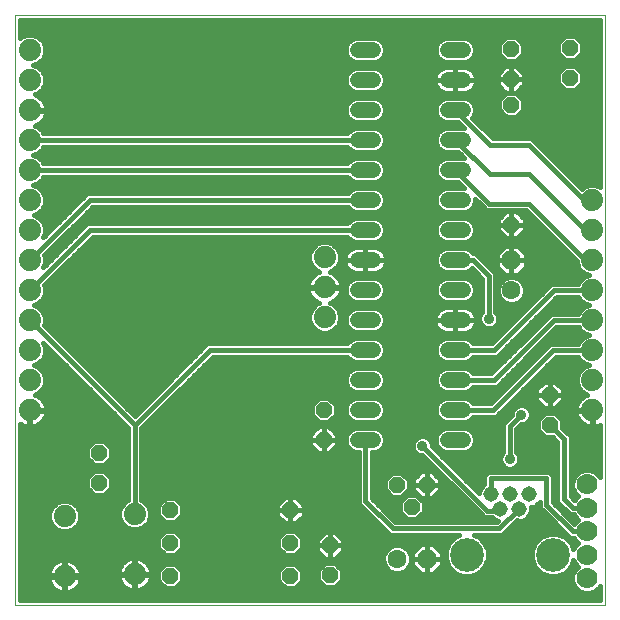
<source format=gbl>
G75*
%MOIN*%
%OFA0B0*%
%FSLAX25Y25*%
%IPPOS*%
%LPD*%
%AMOC8*
5,1,8,0,0,1.08239X$1,22.5*
%
%ADD10C,0.00000*%
%ADD11OC8,0.05200*%
%ADD12OC8,0.06300*%
%ADD13C,0.06300*%
%ADD14C,0.07400*%
%ADD15C,0.05200*%
%ADD16C,0.07000*%
%ADD17C,0.05150*%
%ADD18C,0.11220*%
%ADD19C,0.01600*%
%ADD20C,0.03562*%
D10*
X0011643Y0011643D02*
X0011643Y0208493D01*
X0208493Y0208493D01*
X0208493Y0011643D01*
X0011643Y0011643D01*
D11*
X0039831Y0052509D03*
X0039831Y0062509D03*
X0063493Y0043335D03*
X0063493Y0032312D03*
X0063493Y0021485D03*
X0103493Y0021485D03*
X0103493Y0032312D03*
X0103493Y0043335D03*
X0116721Y0031564D03*
X0116721Y0021564D03*
X0143887Y0044379D03*
X0148887Y0051879D03*
X0138887Y0051879D03*
X0114556Y0066839D03*
X0114556Y0076839D03*
X0177194Y0138493D03*
X0177194Y0178493D03*
X0176957Y0186918D03*
X0176957Y0196918D03*
X0196761Y0197351D03*
X0196761Y0187351D03*
X0189950Y0081761D03*
X0189950Y0071761D03*
D12*
X0149083Y0027076D03*
X0177194Y0126564D03*
D13*
X0177194Y0116564D03*
X0139083Y0027076D03*
D14*
X0204143Y0076643D03*
X0204143Y0086643D03*
X0204143Y0096643D03*
X0204143Y0106643D03*
X0204143Y0116643D03*
X0204143Y0126643D03*
X0204143Y0136643D03*
X0204143Y0146643D03*
X0114910Y0127627D03*
X0114910Y0117627D03*
X0114910Y0107627D03*
X0051643Y0041997D03*
X0051643Y0021997D03*
X0028257Y0021367D03*
X0028257Y0041367D03*
X0016643Y0076643D03*
X0016643Y0086643D03*
X0016643Y0096643D03*
X0016643Y0106643D03*
X0016643Y0116643D03*
X0016643Y0126643D03*
X0016643Y0136643D03*
X0016643Y0146643D03*
X0016564Y0156682D03*
X0016564Y0166682D03*
X0016564Y0176682D03*
X0016564Y0186682D03*
X0016564Y0196682D03*
D15*
X0125932Y0196721D02*
X0131132Y0196721D01*
X0131132Y0186721D02*
X0125932Y0186721D01*
X0125932Y0176721D02*
X0131132Y0176721D01*
X0131132Y0166721D02*
X0125932Y0166721D01*
X0125932Y0156721D02*
X0131132Y0156721D01*
X0131132Y0146721D02*
X0125932Y0146721D01*
X0125932Y0136721D02*
X0131132Y0136721D01*
X0131132Y0126721D02*
X0125932Y0126721D01*
X0125932Y0116721D02*
X0131132Y0116721D01*
X0131132Y0106721D02*
X0125932Y0106721D01*
X0125932Y0096721D02*
X0131132Y0096721D01*
X0131132Y0086721D02*
X0125932Y0086721D01*
X0125932Y0076721D02*
X0131132Y0076721D01*
X0131132Y0066721D02*
X0125932Y0066721D01*
X0155932Y0066721D02*
X0161132Y0066721D01*
X0161132Y0076721D02*
X0155932Y0076721D01*
X0155932Y0086721D02*
X0161132Y0086721D01*
X0161132Y0096721D02*
X0155932Y0096721D01*
X0155932Y0106721D02*
X0161132Y0106721D01*
X0161132Y0116721D02*
X0155932Y0116721D01*
X0155932Y0126721D02*
X0161132Y0126721D01*
X0161132Y0136721D02*
X0155932Y0136721D01*
X0155932Y0146721D02*
X0161132Y0146721D01*
X0161132Y0156721D02*
X0155932Y0156721D01*
X0155932Y0166721D02*
X0161132Y0166721D01*
X0161132Y0176721D02*
X0155932Y0176721D01*
X0155932Y0186721D02*
X0161132Y0186721D01*
X0161132Y0196721D02*
X0155932Y0196721D01*
D16*
X0202430Y0051957D03*
X0202430Y0044123D03*
X0202430Y0036288D03*
X0202430Y0028454D03*
X0202430Y0020619D03*
D17*
X0179792Y0043847D03*
X0176643Y0048572D03*
X0173493Y0043847D03*
X0170343Y0048572D03*
X0182942Y0048572D03*
D18*
X0191013Y0028493D03*
X0162272Y0028493D03*
D19*
X0159743Y0035033D02*
X0158301Y0034436D01*
X0156329Y0032464D01*
X0155262Y0029887D01*
X0155262Y0027098D01*
X0156329Y0024522D01*
X0158301Y0022550D01*
X0160878Y0021483D01*
X0163667Y0021483D01*
X0166243Y0022550D01*
X0168215Y0024522D01*
X0169283Y0027098D01*
X0169283Y0029887D01*
X0168215Y0032464D01*
X0166243Y0034436D01*
X0164802Y0035033D01*
X0174089Y0035033D01*
X0178950Y0039894D01*
X0179001Y0039872D01*
X0180583Y0039872D01*
X0182044Y0040478D01*
X0183162Y0041596D01*
X0183767Y0043057D01*
X0183767Y0044273D01*
X0183966Y0044305D01*
X0184621Y0044517D01*
X0185235Y0044830D01*
X0185792Y0045235D01*
X0186279Y0045722D01*
X0186608Y0046175D01*
X0186608Y0044196D01*
X0187897Y0042907D01*
X0195427Y0035377D01*
X0196715Y0034088D01*
X0198037Y0034088D01*
X0198276Y0033513D01*
X0199418Y0032371D01*
X0198276Y0031229D01*
X0197871Y0030253D01*
X0196956Y0032464D01*
X0194984Y0034436D01*
X0192407Y0035503D01*
X0189618Y0035503D01*
X0187042Y0034436D01*
X0185070Y0032464D01*
X0184002Y0029887D01*
X0184002Y0027098D01*
X0185070Y0024522D01*
X0187042Y0022550D01*
X0189618Y0021483D01*
X0192407Y0021483D01*
X0194984Y0022550D01*
X0196956Y0024522D01*
X0197855Y0026694D01*
X0198276Y0025678D01*
X0199418Y0024536D01*
X0198276Y0023395D01*
X0197530Y0021594D01*
X0197530Y0019644D01*
X0198276Y0017843D01*
X0199654Y0016465D01*
X0201455Y0015719D01*
X0203405Y0015719D01*
X0205206Y0016465D01*
X0206584Y0017843D01*
X0206693Y0018106D01*
X0206693Y0013443D01*
X0013443Y0013443D01*
X0013443Y0072169D01*
X0013760Y0071938D01*
X0014531Y0071545D01*
X0015355Y0071278D01*
X0016210Y0071143D01*
X0016442Y0071143D01*
X0016442Y0076442D01*
X0016843Y0076442D01*
X0016843Y0076843D01*
X0022143Y0076843D01*
X0022143Y0077075D01*
X0022007Y0077930D01*
X0021740Y0078754D01*
X0021347Y0079525D01*
X0020838Y0080226D01*
X0020226Y0080838D01*
X0019525Y0081347D01*
X0018754Y0081740D01*
X0018406Y0081853D01*
X0019531Y0082319D01*
X0020966Y0083754D01*
X0021743Y0085628D01*
X0021743Y0087657D01*
X0020966Y0089531D01*
X0019531Y0090966D01*
X0017898Y0091643D01*
X0019531Y0092319D01*
X0020966Y0093754D01*
X0021743Y0095628D01*
X0021743Y0097657D01*
X0021195Y0098979D01*
X0049443Y0070731D01*
X0049443Y0046606D01*
X0048754Y0046320D01*
X0047319Y0044886D01*
X0046543Y0043011D01*
X0046543Y0040982D01*
X0047319Y0039108D01*
X0048754Y0037673D01*
X0050628Y0036897D01*
X0052657Y0036897D01*
X0054531Y0037673D01*
X0055966Y0039108D01*
X0056743Y0040982D01*
X0056743Y0043011D01*
X0055966Y0044886D01*
X0054531Y0046320D01*
X0053843Y0046606D01*
X0053843Y0070731D01*
X0077633Y0094521D01*
X0122514Y0094521D01*
X0122541Y0094455D01*
X0123666Y0093330D01*
X0125137Y0092721D01*
X0131928Y0092721D01*
X0133398Y0093330D01*
X0134523Y0094455D01*
X0135132Y0095926D01*
X0135132Y0097517D01*
X0134523Y0098987D01*
X0133398Y0100112D01*
X0131928Y0100721D01*
X0125137Y0100721D01*
X0123666Y0100112D01*
X0122541Y0098987D01*
X0122514Y0098921D01*
X0075810Y0098921D01*
X0074521Y0097633D01*
X0051643Y0074754D01*
X0021457Y0104939D01*
X0021743Y0105628D01*
X0021743Y0107657D01*
X0020966Y0109531D01*
X0019531Y0110966D01*
X0017898Y0111643D01*
X0019531Y0112319D01*
X0020966Y0113754D01*
X0021743Y0115628D01*
X0021743Y0117657D01*
X0021457Y0118346D01*
X0037633Y0134521D01*
X0122514Y0134521D01*
X0122541Y0134455D01*
X0123666Y0133330D01*
X0125137Y0132721D01*
X0131928Y0132721D01*
X0133398Y0133330D01*
X0134523Y0134455D01*
X0135132Y0135926D01*
X0135132Y0137517D01*
X0134523Y0138987D01*
X0133398Y0140112D01*
X0131928Y0140721D01*
X0125137Y0140721D01*
X0123666Y0140112D01*
X0122541Y0138987D01*
X0122514Y0138921D01*
X0035810Y0138921D01*
X0034521Y0137633D01*
X0021195Y0124306D01*
X0021743Y0125628D01*
X0021743Y0127657D01*
X0021457Y0128346D01*
X0037633Y0144521D01*
X0122514Y0144521D01*
X0122541Y0144455D01*
X0123666Y0143330D01*
X0125137Y0142721D01*
X0131928Y0142721D01*
X0133398Y0143330D01*
X0134523Y0144455D01*
X0135132Y0145926D01*
X0135132Y0147517D01*
X0134523Y0148987D01*
X0133398Y0150112D01*
X0131928Y0150721D01*
X0125137Y0150721D01*
X0123666Y0150112D01*
X0122541Y0148987D01*
X0122514Y0148921D01*
X0035810Y0148921D01*
X0034521Y0147633D01*
X0021195Y0134306D01*
X0021743Y0135628D01*
X0021743Y0137657D01*
X0020966Y0139531D01*
X0019531Y0140966D01*
X0017898Y0141643D01*
X0019531Y0142319D01*
X0020966Y0143754D01*
X0021743Y0145628D01*
X0021743Y0147657D01*
X0020966Y0149531D01*
X0019531Y0150966D01*
X0017811Y0151679D01*
X0019453Y0152358D01*
X0020887Y0153793D01*
X0021189Y0154521D01*
X0122514Y0154521D01*
X0122541Y0154455D01*
X0123666Y0153330D01*
X0125137Y0152721D01*
X0131928Y0152721D01*
X0133398Y0153330D01*
X0134523Y0154455D01*
X0135132Y0155926D01*
X0135132Y0157517D01*
X0134523Y0158987D01*
X0133398Y0160112D01*
X0131928Y0160721D01*
X0125137Y0160721D01*
X0123666Y0160112D01*
X0122541Y0158987D01*
X0122514Y0158921D01*
X0021156Y0158921D01*
X0020887Y0159571D01*
X0019453Y0161005D01*
X0017820Y0161682D01*
X0019453Y0162358D01*
X0020887Y0163793D01*
X0021189Y0164521D01*
X0122514Y0164521D01*
X0122541Y0164455D01*
X0123666Y0163330D01*
X0125137Y0162721D01*
X0131928Y0162721D01*
X0133398Y0163330D01*
X0134523Y0164455D01*
X0135132Y0165926D01*
X0135132Y0167517D01*
X0134523Y0168987D01*
X0133398Y0170112D01*
X0131928Y0170721D01*
X0125137Y0170721D01*
X0123666Y0170112D01*
X0122541Y0168987D01*
X0122514Y0168921D01*
X0021156Y0168921D01*
X0020887Y0169571D01*
X0019453Y0171005D01*
X0018327Y0171472D01*
X0018675Y0171585D01*
X0019446Y0171978D01*
X0020147Y0172487D01*
X0020759Y0173099D01*
X0021268Y0173799D01*
X0021661Y0174571D01*
X0021928Y0175394D01*
X0022064Y0176249D01*
X0022064Y0176482D01*
X0016764Y0176482D01*
X0016764Y0176882D01*
X0022064Y0176882D01*
X0022064Y0177115D01*
X0021928Y0177970D01*
X0021661Y0178793D01*
X0021268Y0179565D01*
X0020759Y0180265D01*
X0020147Y0180877D01*
X0019446Y0181386D01*
X0018675Y0181779D01*
X0018327Y0181892D01*
X0019453Y0182358D01*
X0020887Y0183793D01*
X0021664Y0185667D01*
X0021664Y0187696D01*
X0020887Y0189571D01*
X0019453Y0191005D01*
X0017820Y0191682D01*
X0019453Y0192358D01*
X0020887Y0193793D01*
X0021664Y0195667D01*
X0021664Y0197696D01*
X0020887Y0199571D01*
X0019453Y0201005D01*
X0017578Y0201782D01*
X0015549Y0201782D01*
X0013675Y0201005D01*
X0013443Y0200773D01*
X0013443Y0206693D01*
X0206693Y0206693D01*
X0206693Y0151106D01*
X0205157Y0151743D01*
X0203128Y0151743D01*
X0201254Y0150966D01*
X0200743Y0150456D01*
X0183814Y0167386D01*
X0170979Y0167386D01*
X0164216Y0174148D01*
X0164523Y0174455D01*
X0165132Y0175926D01*
X0165132Y0177517D01*
X0164523Y0178987D01*
X0163398Y0180112D01*
X0161928Y0180721D01*
X0155137Y0180721D01*
X0153666Y0180112D01*
X0152541Y0178987D01*
X0151932Y0177517D01*
X0151932Y0175926D01*
X0152541Y0174455D01*
X0153666Y0173330D01*
X0155137Y0172721D01*
X0159421Y0172721D01*
X0161421Y0170721D01*
X0155137Y0170721D01*
X0153666Y0170112D01*
X0152541Y0168987D01*
X0151932Y0167517D01*
X0151932Y0165926D01*
X0152541Y0164455D01*
X0153666Y0163330D01*
X0155137Y0162721D01*
X0159421Y0162721D01*
X0161421Y0160721D01*
X0155137Y0160721D01*
X0153666Y0160112D01*
X0152541Y0158987D01*
X0151932Y0157517D01*
X0151932Y0155926D01*
X0152541Y0154455D01*
X0153666Y0153330D01*
X0155137Y0152721D01*
X0159421Y0152721D01*
X0161421Y0150721D01*
X0155137Y0150721D01*
X0153666Y0150112D01*
X0152541Y0148987D01*
X0151932Y0147517D01*
X0151932Y0145926D01*
X0152541Y0144455D01*
X0153666Y0143330D01*
X0155137Y0142721D01*
X0161928Y0142721D01*
X0163398Y0143330D01*
X0164523Y0144455D01*
X0165132Y0145926D01*
X0165132Y0147010D01*
X0167553Y0144590D01*
X0168841Y0143301D01*
X0181991Y0143301D01*
X0199043Y0126249D01*
X0199043Y0125628D01*
X0199819Y0123754D01*
X0201254Y0122319D01*
X0202887Y0121643D01*
X0201254Y0120966D01*
X0199819Y0119531D01*
X0199534Y0118843D01*
X0190534Y0118843D01*
X0170613Y0098921D01*
X0164551Y0098921D01*
X0164523Y0098987D01*
X0163398Y0100112D01*
X0161928Y0100721D01*
X0155137Y0100721D01*
X0153666Y0100112D01*
X0152541Y0098987D01*
X0151932Y0097517D01*
X0151932Y0095926D01*
X0152541Y0094455D01*
X0153666Y0093330D01*
X0155137Y0092721D01*
X0161928Y0092721D01*
X0163398Y0093330D01*
X0164523Y0094455D01*
X0164551Y0094521D01*
X0172436Y0094521D01*
X0173724Y0095810D01*
X0192357Y0114443D01*
X0199534Y0114443D01*
X0199819Y0113754D01*
X0201254Y0112319D01*
X0202887Y0111643D01*
X0201254Y0110966D01*
X0199819Y0109531D01*
X0199534Y0108843D01*
X0190377Y0108843D01*
X0170456Y0088921D01*
X0164551Y0088921D01*
X0164523Y0088987D01*
X0163398Y0090112D01*
X0161928Y0090721D01*
X0155137Y0090721D01*
X0153666Y0090112D01*
X0152541Y0088987D01*
X0151932Y0087517D01*
X0151932Y0085926D01*
X0152541Y0084455D01*
X0153666Y0083330D01*
X0155137Y0082721D01*
X0161928Y0082721D01*
X0163398Y0083330D01*
X0164523Y0084455D01*
X0164551Y0084521D01*
X0172278Y0084521D01*
X0192199Y0104443D01*
X0199534Y0104443D01*
X0199819Y0103754D01*
X0201254Y0102319D01*
X0202887Y0101643D01*
X0201254Y0100966D01*
X0199819Y0099531D01*
X0199534Y0098843D01*
X0190219Y0098843D01*
X0170298Y0078921D01*
X0164551Y0078921D01*
X0164523Y0078987D01*
X0163398Y0080112D01*
X0161928Y0080721D01*
X0155137Y0080721D01*
X0153666Y0080112D01*
X0152541Y0078987D01*
X0151932Y0077517D01*
X0151932Y0075926D01*
X0152541Y0074455D01*
X0153666Y0073330D01*
X0155137Y0072721D01*
X0161928Y0072721D01*
X0163398Y0073330D01*
X0164523Y0074455D01*
X0164551Y0074521D01*
X0172121Y0074521D01*
X0173409Y0075810D01*
X0192042Y0094443D01*
X0199534Y0094443D01*
X0199819Y0093754D01*
X0201254Y0092319D01*
X0202887Y0091643D01*
X0201254Y0090966D01*
X0199819Y0089531D01*
X0199043Y0087657D01*
X0199043Y0085628D01*
X0199819Y0083754D01*
X0201254Y0082319D01*
X0202379Y0081853D01*
X0202031Y0081740D01*
X0201260Y0081347D01*
X0200560Y0080838D01*
X0199947Y0080226D01*
X0199438Y0079525D01*
X0199045Y0078754D01*
X0198778Y0077930D01*
X0198643Y0077075D01*
X0198643Y0076843D01*
X0203942Y0076843D01*
X0203942Y0076442D01*
X0204343Y0076442D01*
X0204343Y0071143D01*
X0204575Y0071143D01*
X0205430Y0071278D01*
X0206254Y0071545D01*
X0206693Y0071769D01*
X0206693Y0054470D01*
X0206584Y0054733D01*
X0205206Y0056111D01*
X0203405Y0056857D01*
X0201455Y0056857D01*
X0199654Y0056111D01*
X0198276Y0054733D01*
X0197530Y0052932D01*
X0197530Y0050983D01*
X0198276Y0049182D01*
X0199418Y0048040D01*
X0198276Y0046898D01*
X0198196Y0046705D01*
X0196913Y0047987D01*
X0196913Y0067908D01*
X0193950Y0070872D01*
X0193950Y0073417D01*
X0191606Y0075761D01*
X0188293Y0075761D01*
X0185950Y0073417D01*
X0185950Y0070104D01*
X0188293Y0067761D01*
X0190838Y0067761D01*
X0192513Y0066086D01*
X0192513Y0046164D01*
X0193802Y0044876D01*
X0196755Y0041923D01*
X0198037Y0041923D01*
X0198276Y0041347D01*
X0199418Y0040205D01*
X0198276Y0039064D01*
X0198184Y0038842D01*
X0191008Y0046018D01*
X0191008Y0054877D01*
X0189719Y0056165D01*
X0169432Y0056165D01*
X0168143Y0054877D01*
X0168143Y0051963D01*
X0168092Y0051941D01*
X0166974Y0050823D01*
X0166369Y0049362D01*
X0166369Y0049004D01*
X0150650Y0064722D01*
X0150650Y0065425D01*
X0150166Y0066594D01*
X0149271Y0067489D01*
X0148102Y0067973D01*
X0146837Y0067973D01*
X0145667Y0067489D01*
X0144772Y0066594D01*
X0144288Y0065425D01*
X0144288Y0064159D01*
X0144772Y0062990D01*
X0145667Y0062095D01*
X0146837Y0061611D01*
X0147539Y0061611D01*
X0166923Y0042227D01*
X0168212Y0040939D01*
X0170780Y0040939D01*
X0171241Y0040478D01*
X0172702Y0039872D01*
X0172706Y0039872D01*
X0172267Y0039433D01*
X0138538Y0039433D01*
X0130732Y0047239D01*
X0130732Y0062721D01*
X0131928Y0062721D01*
X0133398Y0063330D01*
X0134523Y0064455D01*
X0135132Y0065926D01*
X0135132Y0067517D01*
X0134523Y0068987D01*
X0133398Y0070112D01*
X0131928Y0070721D01*
X0125137Y0070721D01*
X0123666Y0070112D01*
X0122541Y0068987D01*
X0121932Y0067517D01*
X0121932Y0065926D01*
X0122541Y0064455D01*
X0123666Y0063330D01*
X0125137Y0062721D01*
X0126332Y0062721D01*
X0126332Y0045416D01*
X0135427Y0036322D01*
X0136715Y0035033D01*
X0159743Y0035033D01*
X0157887Y0034022D02*
X0120486Y0034022D01*
X0121121Y0033386D02*
X0118544Y0035964D01*
X0116721Y0035964D01*
X0114899Y0035964D01*
X0112321Y0033386D01*
X0112321Y0031564D01*
X0116721Y0031564D01*
X0116721Y0031564D01*
X0116721Y0035964D01*
X0116721Y0031564D01*
X0116721Y0031564D01*
X0112321Y0031564D01*
X0112321Y0029741D01*
X0114899Y0027164D01*
X0116721Y0027164D01*
X0116721Y0031564D01*
X0116721Y0031564D01*
X0121121Y0031564D01*
X0121121Y0033386D01*
X0121121Y0032423D02*
X0156313Y0032423D01*
X0155650Y0030825D02*
X0152335Y0030825D01*
X0151134Y0032026D02*
X0149084Y0032026D01*
X0149084Y0027076D01*
X0154033Y0027076D01*
X0154033Y0029126D01*
X0151134Y0032026D01*
X0149083Y0032026D02*
X0147033Y0032026D01*
X0144133Y0029126D01*
X0144133Y0027076D01*
X0149083Y0027076D01*
X0149083Y0027076D01*
X0149083Y0032026D01*
X0149083Y0030825D02*
X0149084Y0030825D01*
X0149083Y0029226D02*
X0149084Y0029226D01*
X0149083Y0027628D02*
X0149084Y0027628D01*
X0149084Y0027076D02*
X0149083Y0027076D01*
X0144133Y0027076D01*
X0144133Y0025025D01*
X0147033Y0022126D01*
X0149083Y0022126D01*
X0149083Y0027075D01*
X0149084Y0027075D01*
X0149084Y0027076D02*
X0149084Y0027076D01*
X0154033Y0027076D01*
X0154033Y0025025D01*
X0151134Y0022126D01*
X0149084Y0022126D01*
X0149084Y0027075D01*
X0149083Y0026029D02*
X0149084Y0026029D01*
X0149083Y0024431D02*
X0149084Y0024431D01*
X0149083Y0022832D02*
X0149084Y0022832D01*
X0151840Y0022832D02*
X0158019Y0022832D01*
X0156421Y0024431D02*
X0153439Y0024431D01*
X0154033Y0026029D02*
X0155705Y0026029D01*
X0155262Y0027628D02*
X0154033Y0027628D01*
X0153933Y0029226D02*
X0155262Y0029226D01*
X0146327Y0022832D02*
X0140728Y0022832D01*
X0139989Y0022526D02*
X0141661Y0023218D01*
X0142941Y0024498D01*
X0143633Y0026171D01*
X0143633Y0027981D01*
X0142941Y0029653D01*
X0141661Y0030933D01*
X0139989Y0031626D01*
X0138178Y0031626D01*
X0136506Y0030933D01*
X0135226Y0029653D01*
X0134533Y0027981D01*
X0134533Y0026171D01*
X0135226Y0024498D01*
X0136506Y0023218D01*
X0138178Y0022526D01*
X0139989Y0022526D01*
X0142873Y0024431D02*
X0144728Y0024431D01*
X0144133Y0026029D02*
X0143575Y0026029D01*
X0143633Y0027628D02*
X0144133Y0027628D01*
X0144234Y0029226D02*
X0143118Y0029226D01*
X0141769Y0030825D02*
X0145832Y0030825D01*
X0137627Y0037233D02*
X0173178Y0037233D01*
X0179792Y0043847D01*
X0183767Y0043613D02*
X0187191Y0043613D01*
X0186608Y0045211D02*
X0185759Y0045211D01*
X0188808Y0045107D02*
X0188808Y0053965D01*
X0170343Y0053965D01*
X0170343Y0048572D01*
X0166635Y0050007D02*
X0165366Y0050007D01*
X0163767Y0051605D02*
X0167756Y0051605D01*
X0168143Y0053204D02*
X0162169Y0053204D01*
X0160570Y0054802D02*
X0168143Y0054802D01*
X0173946Y0058561D02*
X0174841Y0057666D01*
X0176010Y0057182D01*
X0177275Y0057182D01*
X0178444Y0057666D01*
X0179339Y0058561D01*
X0179824Y0059730D01*
X0179824Y0060996D01*
X0179339Y0062165D01*
X0178843Y0062662D01*
X0178843Y0070416D01*
X0180372Y0071946D01*
X0181074Y0071946D01*
X0182244Y0072430D01*
X0183139Y0073325D01*
X0183623Y0074494D01*
X0183623Y0075760D01*
X0183139Y0076929D01*
X0182244Y0077824D01*
X0181074Y0078308D01*
X0179809Y0078308D01*
X0178640Y0077824D01*
X0177745Y0076929D01*
X0177261Y0075760D01*
X0177261Y0075057D01*
X0175731Y0073528D01*
X0174443Y0072239D01*
X0174443Y0062662D01*
X0173946Y0062165D01*
X0173461Y0060996D01*
X0173461Y0059730D01*
X0173946Y0058561D01*
X0174507Y0057999D02*
X0157373Y0057999D01*
X0158972Y0056401D02*
X0192513Y0056401D01*
X0192513Y0057999D02*
X0178778Y0057999D01*
X0179769Y0059598D02*
X0192513Y0059598D01*
X0192513Y0061196D02*
X0179741Y0061196D01*
X0178843Y0062795D02*
X0192513Y0062795D01*
X0192513Y0064393D02*
X0178843Y0064393D01*
X0178843Y0065992D02*
X0192513Y0065992D01*
X0191009Y0067590D02*
X0178843Y0067590D01*
X0178843Y0069189D02*
X0186864Y0069189D01*
X0185950Y0070787D02*
X0179214Y0070787D01*
X0182137Y0072386D02*
X0185950Y0072386D01*
X0186517Y0073984D02*
X0183412Y0073984D01*
X0183623Y0075583D02*
X0188115Y0075583D01*
X0188127Y0077361D02*
X0185550Y0079938D01*
X0185550Y0081761D01*
X0189949Y0081761D01*
X0189949Y0081761D01*
X0189950Y0081761D02*
X0189950Y0086161D01*
X0189950Y0081761D01*
X0189950Y0081761D01*
X0194350Y0081761D01*
X0194350Y0083583D01*
X0191772Y0086161D01*
X0189950Y0086161D01*
X0188127Y0086161D01*
X0185550Y0083583D01*
X0185550Y0081761D01*
X0189949Y0081761D01*
X0189950Y0081760D02*
X0189950Y0081760D01*
X0189950Y0077361D01*
X0191772Y0077361D01*
X0194350Y0079938D01*
X0194350Y0081761D01*
X0189950Y0081761D01*
X0189950Y0081761D01*
X0189950Y0081760D02*
X0189950Y0077361D01*
X0188127Y0077361D01*
X0186708Y0078780D02*
X0176379Y0078780D01*
X0174781Y0077181D02*
X0177998Y0077181D01*
X0177261Y0075583D02*
X0173182Y0075583D01*
X0171209Y0076721D02*
X0158532Y0076721D01*
X0154309Y0080379D02*
X0132755Y0080379D01*
X0133398Y0080112D02*
X0131928Y0080721D01*
X0125137Y0080721D01*
X0123666Y0080112D01*
X0122541Y0078987D01*
X0121932Y0077517D01*
X0121932Y0075926D01*
X0122541Y0074455D01*
X0123666Y0073330D01*
X0125137Y0072721D01*
X0131928Y0072721D01*
X0133398Y0073330D01*
X0134523Y0074455D01*
X0135132Y0075926D01*
X0135132Y0077517D01*
X0134523Y0078987D01*
X0133398Y0080112D01*
X0134609Y0078780D02*
X0152455Y0078780D01*
X0151932Y0077181D02*
X0135132Y0077181D01*
X0134990Y0075583D02*
X0152074Y0075583D01*
X0153012Y0073984D02*
X0134052Y0073984D01*
X0134321Y0069189D02*
X0152743Y0069189D01*
X0152541Y0068987D02*
X0153666Y0070112D01*
X0155137Y0070721D01*
X0161928Y0070721D01*
X0163398Y0070112D01*
X0164523Y0068987D01*
X0165132Y0067517D01*
X0165132Y0065926D01*
X0164523Y0064455D01*
X0163398Y0063330D01*
X0161928Y0062721D01*
X0155137Y0062721D01*
X0153666Y0063330D01*
X0152541Y0064455D01*
X0151932Y0065926D01*
X0151932Y0067517D01*
X0152541Y0068987D01*
X0151963Y0067590D02*
X0149026Y0067590D01*
X0150416Y0065992D02*
X0151932Y0065992D01*
X0152603Y0064393D02*
X0150979Y0064393D01*
X0152578Y0062795D02*
X0154959Y0062795D01*
X0154176Y0061196D02*
X0173545Y0061196D01*
X0173516Y0059598D02*
X0155775Y0059598D01*
X0152749Y0056401D02*
X0130732Y0056401D01*
X0130732Y0057999D02*
X0151151Y0057999D01*
X0150709Y0056279D02*
X0148887Y0056279D01*
X0148887Y0051879D01*
X0153287Y0051879D01*
X0153287Y0053701D01*
X0150709Y0056279D01*
X0148887Y0056279D02*
X0147064Y0056279D01*
X0144487Y0053701D01*
X0144487Y0051879D01*
X0148886Y0051879D01*
X0148886Y0051879D01*
X0148887Y0051879D02*
X0148887Y0056279D01*
X0148887Y0054802D02*
X0148887Y0054802D01*
X0148887Y0053204D02*
X0148887Y0053204D01*
X0148887Y0051879D02*
X0148887Y0051879D01*
X0148887Y0051879D01*
X0153287Y0051879D01*
X0153287Y0050056D01*
X0150709Y0047479D01*
X0148887Y0047479D01*
X0148887Y0051879D01*
X0148887Y0051879D01*
X0148887Y0047479D01*
X0147064Y0047479D01*
X0144487Y0050056D01*
X0144487Y0051879D01*
X0148886Y0051879D01*
X0148887Y0051605D02*
X0148887Y0051605D01*
X0148887Y0050007D02*
X0148887Y0050007D01*
X0148887Y0048408D02*
X0148887Y0048408D01*
X0147112Y0046810D02*
X0162340Y0046810D01*
X0160742Y0048408D02*
X0151639Y0048408D01*
X0153237Y0050007D02*
X0159143Y0050007D01*
X0157545Y0051605D02*
X0153287Y0051605D01*
X0153287Y0053204D02*
X0155946Y0053204D01*
X0154348Y0054802D02*
X0152186Y0054802D01*
X0149552Y0059598D02*
X0130732Y0059598D01*
X0130732Y0061196D02*
X0147954Y0061196D01*
X0144968Y0062795D02*
X0132106Y0062795D01*
X0134461Y0064393D02*
X0144288Y0064393D01*
X0144523Y0065992D02*
X0135132Y0065992D01*
X0135102Y0067590D02*
X0145912Y0067590D01*
X0147469Y0064792D02*
X0169123Y0043139D01*
X0173060Y0043139D01*
X0173493Y0043847D01*
X0171391Y0040416D02*
X0145580Y0040416D01*
X0145543Y0040379D02*
X0147887Y0042722D01*
X0147887Y0046036D01*
X0145543Y0048379D01*
X0142230Y0048379D01*
X0139887Y0046036D01*
X0139887Y0042722D01*
X0142230Y0040379D01*
X0145543Y0040379D01*
X0147179Y0042014D02*
X0167136Y0042014D01*
X0165537Y0043613D02*
X0147887Y0043613D01*
X0147887Y0045211D02*
X0163939Y0045211D01*
X0166658Y0034022D02*
X0186627Y0034022D01*
X0185053Y0032423D02*
X0168232Y0032423D01*
X0168894Y0030825D02*
X0184391Y0030825D01*
X0184002Y0029226D02*
X0169283Y0029226D01*
X0169283Y0027628D02*
X0184002Y0027628D01*
X0184445Y0026029D02*
X0168840Y0026029D01*
X0168124Y0024431D02*
X0185161Y0024431D01*
X0186759Y0022832D02*
X0166526Y0022832D01*
X0174676Y0035620D02*
X0195183Y0035620D01*
X0195398Y0034022D02*
X0198065Y0034022D01*
X0196972Y0032423D02*
X0199365Y0032423D01*
X0198108Y0030825D02*
X0197635Y0030825D01*
X0197580Y0026029D02*
X0198130Y0026029D01*
X0199312Y0024431D02*
X0196864Y0024431D01*
X0198043Y0022832D02*
X0195266Y0022832D01*
X0197530Y0021234D02*
X0120721Y0021234D01*
X0120721Y0019907D02*
X0118378Y0017564D01*
X0115064Y0017564D01*
X0112721Y0019907D01*
X0112721Y0023221D01*
X0115064Y0025564D01*
X0118378Y0025564D01*
X0120721Y0023221D01*
X0120721Y0019907D01*
X0120449Y0019635D02*
X0197534Y0019635D01*
X0198196Y0018037D02*
X0118851Y0018037D01*
X0114592Y0018037D02*
X0105701Y0018037D01*
X0105150Y0017485D02*
X0107493Y0019828D01*
X0107493Y0023142D01*
X0105150Y0025485D01*
X0101836Y0025485D01*
X0099493Y0023142D01*
X0099493Y0019828D01*
X0101836Y0017485D01*
X0105150Y0017485D01*
X0107300Y0019635D02*
X0112993Y0019635D01*
X0112721Y0021234D02*
X0107493Y0021234D01*
X0107493Y0022832D02*
X0112721Y0022832D01*
X0113931Y0024431D02*
X0106204Y0024431D01*
X0105150Y0028312D02*
X0101836Y0028312D01*
X0099493Y0030655D01*
X0099493Y0033969D01*
X0101836Y0036312D01*
X0105150Y0036312D01*
X0107493Y0033969D01*
X0107493Y0030655D01*
X0105150Y0028312D01*
X0106064Y0029226D02*
X0112836Y0029226D01*
X0112321Y0030825D02*
X0107493Y0030825D01*
X0107493Y0032423D02*
X0112321Y0032423D01*
X0112957Y0034022D02*
X0107440Y0034022D01*
X0105841Y0035620D02*
X0114555Y0035620D01*
X0116721Y0035620D02*
X0116721Y0035620D01*
X0116721Y0034022D02*
X0116721Y0034022D01*
X0116721Y0032423D02*
X0116721Y0032423D01*
X0116721Y0031564D02*
X0116721Y0031564D01*
X0116721Y0027164D01*
X0118544Y0027164D01*
X0121121Y0029741D01*
X0121121Y0031564D01*
X0116721Y0031564D01*
X0116721Y0030825D02*
X0116721Y0030825D01*
X0116721Y0029226D02*
X0116721Y0029226D01*
X0116721Y0027628D02*
X0116721Y0027628D01*
X0114435Y0027628D02*
X0013443Y0027628D01*
X0013443Y0029226D02*
X0060922Y0029226D01*
X0061836Y0028312D02*
X0059493Y0030655D01*
X0059493Y0033969D01*
X0061836Y0036312D01*
X0065150Y0036312D01*
X0067493Y0033969D01*
X0067493Y0030655D01*
X0065150Y0028312D01*
X0061836Y0028312D01*
X0059493Y0030825D02*
X0013443Y0030825D01*
X0013443Y0032423D02*
X0059493Y0032423D01*
X0059546Y0034022D02*
X0013443Y0034022D01*
X0013443Y0035620D02*
X0061144Y0035620D01*
X0061836Y0039335D02*
X0065150Y0039335D01*
X0067493Y0041679D01*
X0067493Y0044992D01*
X0065150Y0047335D01*
X0061836Y0047335D01*
X0059493Y0044992D01*
X0059493Y0041679D01*
X0061836Y0039335D01*
X0060756Y0040416D02*
X0056508Y0040416D01*
X0056743Y0042014D02*
X0059493Y0042014D01*
X0059493Y0043613D02*
X0056493Y0043613D01*
X0055641Y0045211D02*
X0059712Y0045211D01*
X0061310Y0046810D02*
X0053843Y0046810D01*
X0053843Y0048408D02*
X0126332Y0048408D01*
X0126332Y0046810D02*
X0106241Y0046810D01*
X0105315Y0047735D02*
X0103493Y0047735D01*
X0103493Y0043336D01*
X0103493Y0043336D01*
X0103493Y0047735D01*
X0101670Y0047735D01*
X0099093Y0045158D01*
X0099093Y0043335D01*
X0099093Y0041513D01*
X0101670Y0038935D01*
X0103493Y0038935D01*
X0105315Y0038935D01*
X0107893Y0041513D01*
X0107893Y0043335D01*
X0103493Y0043335D01*
X0103493Y0038935D01*
X0103493Y0043335D01*
X0103493Y0043335D01*
X0103493Y0043335D01*
X0099093Y0043335D01*
X0103493Y0043335D01*
X0103493Y0043335D01*
X0107893Y0043335D01*
X0107893Y0045158D01*
X0105315Y0047735D01*
X0103493Y0046810D02*
X0103493Y0046810D01*
X0103493Y0045211D02*
X0103493Y0045211D01*
X0103493Y0043613D02*
X0103493Y0043613D01*
X0103493Y0042014D02*
X0103493Y0042014D01*
X0103493Y0040416D02*
X0103493Y0040416D01*
X0106796Y0040416D02*
X0131333Y0040416D01*
X0129734Y0042014D02*
X0107893Y0042014D01*
X0107893Y0043613D02*
X0128136Y0043613D01*
X0126537Y0045211D02*
X0107840Y0045211D01*
X0100745Y0046810D02*
X0065675Y0046810D01*
X0067274Y0045211D02*
X0099146Y0045211D01*
X0099093Y0043613D02*
X0067493Y0043613D01*
X0067493Y0042014D02*
X0099093Y0042014D01*
X0100190Y0040416D02*
X0066230Y0040416D01*
X0065841Y0035620D02*
X0101144Y0035620D01*
X0099546Y0034022D02*
X0067440Y0034022D01*
X0067493Y0032423D02*
X0099493Y0032423D01*
X0099493Y0030825D02*
X0067493Y0030825D01*
X0066064Y0029226D02*
X0100922Y0029226D01*
X0100782Y0024431D02*
X0066204Y0024431D01*
X0065150Y0025485D02*
X0067493Y0023142D01*
X0067493Y0019828D01*
X0065150Y0017485D01*
X0061836Y0017485D01*
X0059493Y0019828D01*
X0059493Y0023142D01*
X0061836Y0025485D01*
X0065150Y0025485D01*
X0067493Y0022832D02*
X0099493Y0022832D01*
X0099493Y0021234D02*
X0067493Y0021234D01*
X0067300Y0019635D02*
X0099686Y0019635D01*
X0101285Y0018037D02*
X0065701Y0018037D01*
X0061285Y0018037D02*
X0055460Y0018037D01*
X0055226Y0017802D02*
X0055838Y0018414D01*
X0056347Y0019114D01*
X0056740Y0019886D01*
X0057007Y0020709D01*
X0057143Y0021564D01*
X0057142Y0021797D01*
X0051843Y0021797D01*
X0051843Y0022197D01*
X0057143Y0022197D01*
X0057143Y0022430D01*
X0057007Y0023285D01*
X0056740Y0024108D01*
X0056347Y0024879D01*
X0055838Y0025580D01*
X0055226Y0026192D01*
X0054525Y0026701D01*
X0053754Y0027094D01*
X0052930Y0027361D01*
X0052075Y0027497D01*
X0051843Y0027497D01*
X0051843Y0022197D01*
X0051442Y0022197D01*
X0051442Y0021797D01*
X0046143Y0021797D01*
X0046143Y0021564D01*
X0046278Y0020709D01*
X0046545Y0019886D01*
X0046938Y0019114D01*
X0047447Y0018414D01*
X0048060Y0017802D01*
X0048760Y0017293D01*
X0049531Y0016900D01*
X0050355Y0016632D01*
X0051210Y0016497D01*
X0051442Y0016497D01*
X0051442Y0021797D01*
X0051843Y0021797D01*
X0051843Y0016497D01*
X0052075Y0016497D01*
X0052930Y0016632D01*
X0053754Y0016900D01*
X0054525Y0017293D01*
X0055226Y0017802D01*
X0056612Y0019635D02*
X0059686Y0019635D01*
X0059493Y0021234D02*
X0057090Y0021234D01*
X0057079Y0022832D02*
X0059493Y0022832D01*
X0060782Y0024431D02*
X0056575Y0024431D01*
X0055388Y0026029D02*
X0134592Y0026029D01*
X0134533Y0027628D02*
X0119008Y0027628D01*
X0120606Y0029226D02*
X0135049Y0029226D01*
X0136398Y0030825D02*
X0121121Y0030825D01*
X0118887Y0035620D02*
X0136128Y0035620D01*
X0137627Y0037233D02*
X0128532Y0046328D01*
X0128532Y0066721D01*
X0124959Y0062795D02*
X0116734Y0062795D01*
X0116378Y0062439D02*
X0114556Y0062439D01*
X0114556Y0066839D01*
X0114556Y0066839D01*
X0114556Y0062439D01*
X0112733Y0062439D01*
X0110156Y0065017D01*
X0110156Y0066839D01*
X0114556Y0066839D01*
X0114556Y0066839D01*
X0118956Y0066839D01*
X0118956Y0065017D01*
X0116378Y0062439D01*
X0114556Y0062795D02*
X0114556Y0062795D01*
X0114556Y0064393D02*
X0114556Y0064393D01*
X0114556Y0065992D02*
X0114556Y0065992D01*
X0114556Y0066839D02*
X0114556Y0066839D01*
X0118956Y0066839D01*
X0118956Y0068662D01*
X0116378Y0071239D01*
X0114556Y0071239D01*
X0114556Y0066839D01*
X0110156Y0066839D01*
X0110156Y0068662D01*
X0112733Y0071239D01*
X0114556Y0071239D01*
X0114556Y0066839D01*
X0114556Y0066839D01*
X0114556Y0067590D02*
X0114556Y0067590D01*
X0114556Y0069189D02*
X0114556Y0069189D01*
X0114556Y0070787D02*
X0114556Y0070787D01*
X0116830Y0070787D02*
X0174443Y0070787D01*
X0174443Y0069189D02*
X0164321Y0069189D01*
X0165102Y0067590D02*
X0174443Y0067590D01*
X0174443Y0065992D02*
X0165132Y0065992D01*
X0164461Y0064393D02*
X0174443Y0064393D01*
X0174443Y0062795D02*
X0162106Y0062795D01*
X0164052Y0073984D02*
X0176188Y0073984D01*
X0175731Y0073528D02*
X0175731Y0073528D01*
X0174590Y0072386D02*
X0055497Y0072386D01*
X0053899Y0070787D02*
X0112281Y0070787D01*
X0112899Y0072839D02*
X0116213Y0072839D01*
X0118556Y0075183D01*
X0118556Y0078496D01*
X0116213Y0080839D01*
X0112899Y0080839D01*
X0110556Y0078496D01*
X0110556Y0075183D01*
X0112899Y0072839D01*
X0111754Y0073984D02*
X0057096Y0073984D01*
X0058694Y0075583D02*
X0110556Y0075583D01*
X0110556Y0077181D02*
X0060293Y0077181D01*
X0061891Y0078780D02*
X0110840Y0078780D01*
X0112438Y0080379D02*
X0063490Y0080379D01*
X0065088Y0081977D02*
X0173354Y0081977D01*
X0174952Y0083576D02*
X0163643Y0083576D01*
X0162755Y0080379D02*
X0171755Y0080379D01*
X0171209Y0076721D02*
X0191131Y0096643D01*
X0204143Y0096643D01*
X0200406Y0093167D02*
X0190766Y0093167D01*
X0189168Y0091568D02*
X0202707Y0091568D01*
X0200257Y0089970D02*
X0187569Y0089970D01*
X0185971Y0088371D02*
X0199338Y0088371D01*
X0199043Y0086773D02*
X0184372Y0086773D01*
X0182773Y0085174D02*
X0187140Y0085174D01*
X0185550Y0083576D02*
X0181175Y0083576D01*
X0179576Y0081977D02*
X0185550Y0081977D01*
X0185550Y0080379D02*
X0177978Y0080379D01*
X0176551Y0085174D02*
X0172931Y0085174D01*
X0171367Y0086721D02*
X0158532Y0086721D01*
X0153524Y0089970D02*
X0133541Y0089970D01*
X0133398Y0090112D02*
X0131928Y0090721D01*
X0125137Y0090721D01*
X0123666Y0090112D01*
X0122541Y0088987D01*
X0121932Y0087517D01*
X0121932Y0085926D01*
X0122541Y0084455D01*
X0123666Y0083330D01*
X0125137Y0082721D01*
X0131928Y0082721D01*
X0133398Y0083330D01*
X0134523Y0084455D01*
X0135132Y0085926D01*
X0135132Y0087517D01*
X0134523Y0088987D01*
X0133398Y0090112D01*
X0134778Y0088371D02*
X0152286Y0088371D01*
X0151932Y0086773D02*
X0135132Y0086773D01*
X0134821Y0085174D02*
X0152244Y0085174D01*
X0153421Y0083576D02*
X0133643Y0083576D01*
X0133003Y0093167D02*
X0154061Y0093167D01*
X0152413Y0094765D02*
X0134652Y0094765D01*
X0135132Y0096364D02*
X0151932Y0096364D01*
X0152117Y0097962D02*
X0134948Y0097962D01*
X0133950Y0099561D02*
X0153115Y0099561D01*
X0154243Y0102644D02*
X0154902Y0102430D01*
X0155586Y0102321D01*
X0158532Y0102321D01*
X0158532Y0106721D01*
X0158532Y0106721D01*
X0151532Y0106721D01*
X0151532Y0106375D01*
X0151641Y0105691D01*
X0151855Y0105032D01*
X0152169Y0104415D01*
X0152576Y0103855D01*
X0153066Y0103365D01*
X0153626Y0102958D01*
X0154243Y0102644D01*
X0154019Y0102758D02*
X0132016Y0102758D01*
X0131928Y0102721D02*
X0133398Y0103330D01*
X0134523Y0104455D01*
X0135132Y0105926D01*
X0135132Y0107517D01*
X0134523Y0108987D01*
X0133398Y0110112D01*
X0131928Y0110721D01*
X0125137Y0110721D01*
X0123666Y0110112D01*
X0122541Y0108987D01*
X0121932Y0107517D01*
X0121932Y0105926D01*
X0122541Y0104455D01*
X0123666Y0103330D01*
X0125137Y0102721D01*
X0131928Y0102721D01*
X0134424Y0104356D02*
X0152212Y0104356D01*
X0151599Y0105955D02*
X0135132Y0105955D01*
X0135117Y0107553D02*
X0151609Y0107553D01*
X0151641Y0107752D02*
X0151532Y0107068D01*
X0151532Y0106721D01*
X0158532Y0106721D01*
X0158532Y0106721D01*
X0158532Y0102321D01*
X0161479Y0102321D01*
X0162163Y0102430D01*
X0162821Y0102644D01*
X0163438Y0102958D01*
X0163999Y0103365D01*
X0164488Y0103855D01*
X0164895Y0104415D01*
X0165210Y0105032D01*
X0165424Y0105691D01*
X0165532Y0106375D01*
X0165532Y0106721D01*
X0158532Y0106721D01*
X0158532Y0111121D01*
X0155586Y0111121D01*
X0154902Y0111013D01*
X0154243Y0110799D01*
X0153626Y0110484D01*
X0153066Y0110077D01*
X0152576Y0109588D01*
X0152169Y0109027D01*
X0151855Y0108410D01*
X0151641Y0107752D01*
X0152259Y0109152D02*
X0134359Y0109152D01*
X0133398Y0113330D02*
X0131928Y0112721D01*
X0125137Y0112721D01*
X0123666Y0113330D01*
X0122541Y0114455D01*
X0121932Y0115926D01*
X0121932Y0117517D01*
X0122541Y0118987D01*
X0123666Y0120112D01*
X0125137Y0120721D01*
X0131928Y0120721D01*
X0133398Y0120112D01*
X0134523Y0118987D01*
X0135132Y0117517D01*
X0135132Y0115926D01*
X0134523Y0114455D01*
X0133398Y0113330D01*
X0134015Y0113947D02*
X0153049Y0113947D01*
X0152541Y0114455D02*
X0153666Y0113330D01*
X0155137Y0112721D01*
X0161928Y0112721D01*
X0163398Y0113330D01*
X0164523Y0114455D01*
X0165132Y0115926D01*
X0165132Y0117517D01*
X0164523Y0118987D01*
X0163398Y0120112D01*
X0161928Y0120721D01*
X0155137Y0120721D01*
X0153666Y0120112D01*
X0152541Y0118987D01*
X0151932Y0117517D01*
X0151932Y0115926D01*
X0152541Y0114455D01*
X0152090Y0115546D02*
X0134975Y0115546D01*
X0135132Y0117144D02*
X0151932Y0117144D01*
X0152440Y0118743D02*
X0134625Y0118743D01*
X0132845Y0120341D02*
X0154219Y0120341D01*
X0155137Y0122721D02*
X0161928Y0122721D01*
X0163398Y0123330D01*
X0163979Y0123911D01*
X0167415Y0120475D01*
X0167415Y0109414D01*
X0166918Y0108917D01*
X0166434Y0107748D01*
X0166434Y0106482D01*
X0166918Y0105313D01*
X0167813Y0104418D01*
X0168982Y0103934D01*
X0170248Y0103934D01*
X0171417Y0104418D01*
X0172312Y0105313D01*
X0172796Y0106482D01*
X0172796Y0107748D01*
X0172312Y0108917D01*
X0171815Y0109414D01*
X0171815Y0122298D01*
X0166480Y0127633D01*
X0165192Y0128921D01*
X0164551Y0128921D01*
X0164523Y0128987D01*
X0163398Y0130112D01*
X0161928Y0130721D01*
X0155137Y0130721D01*
X0153666Y0130112D01*
X0152541Y0128987D01*
X0151932Y0127517D01*
X0151932Y0125926D01*
X0152541Y0124455D01*
X0153666Y0123330D01*
X0155137Y0122721D01*
X0153458Y0123538D02*
X0134172Y0123538D01*
X0133999Y0123365D02*
X0134488Y0123855D01*
X0134895Y0124415D01*
X0135210Y0125032D01*
X0135424Y0125691D01*
X0135532Y0126375D01*
X0135532Y0126721D01*
X0128532Y0126721D01*
X0128532Y0126721D01*
X0128532Y0122321D01*
X0125586Y0122321D01*
X0124902Y0122430D01*
X0124243Y0122644D01*
X0123626Y0122958D01*
X0123066Y0123365D01*
X0122576Y0123855D01*
X0122169Y0124415D01*
X0121855Y0125032D01*
X0121641Y0125691D01*
X0121532Y0126375D01*
X0121532Y0126721D01*
X0128532Y0126721D01*
X0128532Y0126721D01*
X0121532Y0126721D01*
X0121532Y0127068D01*
X0121641Y0127752D01*
X0121855Y0128410D01*
X0122169Y0129027D01*
X0122576Y0129588D01*
X0123066Y0130077D01*
X0123626Y0130484D01*
X0124243Y0130799D01*
X0124902Y0131013D01*
X0125586Y0131121D01*
X0128532Y0131121D01*
X0128532Y0126721D01*
X0128532Y0122321D01*
X0131479Y0122321D01*
X0132163Y0122430D01*
X0132821Y0122644D01*
X0133438Y0122958D01*
X0133999Y0123365D01*
X0135244Y0125137D02*
X0152259Y0125137D01*
X0151932Y0126735D02*
X0135532Y0126735D01*
X0135532Y0126721D02*
X0135532Y0127068D01*
X0135424Y0127752D01*
X0135210Y0128410D01*
X0134895Y0129027D01*
X0134488Y0129588D01*
X0133999Y0130077D01*
X0133438Y0130484D01*
X0132821Y0130799D01*
X0132163Y0131013D01*
X0131479Y0131121D01*
X0128532Y0131121D01*
X0128532Y0126721D01*
X0128532Y0126721D01*
X0128532Y0126721D01*
X0135532Y0126721D01*
X0135235Y0128334D02*
X0152271Y0128334D01*
X0153487Y0129932D02*
X0134144Y0129932D01*
X0132913Y0133129D02*
X0154151Y0133129D01*
X0153666Y0133330D02*
X0155137Y0132721D01*
X0161928Y0132721D01*
X0163398Y0133330D01*
X0164523Y0134455D01*
X0165132Y0135926D01*
X0165132Y0137517D01*
X0164523Y0138987D01*
X0163398Y0140112D01*
X0161928Y0140721D01*
X0155137Y0140721D01*
X0153666Y0140112D01*
X0152541Y0138987D01*
X0151932Y0137517D01*
X0151932Y0135926D01*
X0152541Y0134455D01*
X0153666Y0133330D01*
X0152428Y0134728D02*
X0134636Y0134728D01*
X0135132Y0136326D02*
X0151932Y0136326D01*
X0152101Y0137925D02*
X0134963Y0137925D01*
X0133987Y0139523D02*
X0153078Y0139523D01*
X0152678Y0144319D02*
X0134387Y0144319D01*
X0135129Y0145917D02*
X0151936Y0145917D01*
X0151932Y0147516D02*
X0135132Y0147516D01*
X0134396Y0149114D02*
X0152669Y0149114D01*
X0155117Y0150713D02*
X0131948Y0150713D01*
X0133978Y0153910D02*
X0153087Y0153910D01*
X0152105Y0155509D02*
X0134960Y0155509D01*
X0135132Y0157107D02*
X0151932Y0157107D01*
X0152425Y0158706D02*
X0134640Y0158706D01*
X0132935Y0160304D02*
X0154129Y0160304D01*
X0153496Y0163501D02*
X0133569Y0163501D01*
X0134790Y0165100D02*
X0152274Y0165100D01*
X0151932Y0166698D02*
X0135132Y0166698D01*
X0134809Y0168297D02*
X0152255Y0168297D01*
X0153449Y0169895D02*
X0133615Y0169895D01*
X0131928Y0172721D02*
X0133398Y0173330D01*
X0134523Y0174455D01*
X0135132Y0175926D01*
X0135132Y0177517D01*
X0134523Y0178987D01*
X0133398Y0180112D01*
X0131928Y0180721D01*
X0125137Y0180721D01*
X0123666Y0180112D01*
X0122541Y0178987D01*
X0121932Y0177517D01*
X0121932Y0175926D01*
X0122541Y0174455D01*
X0123666Y0173330D01*
X0125137Y0172721D01*
X0131928Y0172721D01*
X0132823Y0173092D02*
X0154241Y0173092D01*
X0152444Y0174691D02*
X0134621Y0174691D01*
X0135132Y0176289D02*
X0151932Y0176289D01*
X0152086Y0177888D02*
X0134979Y0177888D01*
X0134024Y0179486D02*
X0153040Y0179486D01*
X0154243Y0182644D02*
X0154902Y0182430D01*
X0155586Y0182321D01*
X0158532Y0182321D01*
X0158532Y0186721D01*
X0158532Y0186721D01*
X0151532Y0186721D01*
X0151532Y0186375D01*
X0151641Y0185691D01*
X0151855Y0185032D01*
X0152169Y0184415D01*
X0152576Y0183855D01*
X0153066Y0183365D01*
X0153626Y0182958D01*
X0154243Y0182644D01*
X0154166Y0182683D02*
X0019778Y0182683D01*
X0019861Y0181085D02*
X0174129Y0181085D01*
X0173194Y0180150D02*
X0173194Y0176836D01*
X0175537Y0174493D01*
X0178851Y0174493D01*
X0181194Y0176836D01*
X0181194Y0180150D01*
X0178851Y0182493D01*
X0175537Y0182493D01*
X0173194Y0180150D01*
X0173194Y0179486D02*
X0164024Y0179486D01*
X0164979Y0177888D02*
X0173194Y0177888D01*
X0173741Y0176289D02*
X0165132Y0176289D01*
X0164621Y0174691D02*
X0175339Y0174691D01*
X0179048Y0174691D02*
X0206693Y0174691D01*
X0206693Y0176289D02*
X0180647Y0176289D01*
X0181194Y0177888D02*
X0206693Y0177888D01*
X0206693Y0179486D02*
X0181194Y0179486D01*
X0180259Y0181085D02*
X0206693Y0181085D01*
X0206693Y0182683D02*
X0178945Y0182683D01*
X0178780Y0182518D02*
X0181357Y0185096D01*
X0181357Y0186918D01*
X0176958Y0186918D01*
X0176958Y0186918D01*
X0181357Y0186918D01*
X0181357Y0188741D01*
X0178780Y0191318D01*
X0176958Y0191318D01*
X0176958Y0186918D01*
X0176958Y0182518D01*
X0178780Y0182518D01*
X0176957Y0182518D02*
X0176957Y0186918D01*
X0172557Y0186918D01*
X0172557Y0185096D01*
X0175135Y0182518D01*
X0176957Y0182518D01*
X0176957Y0182683D02*
X0176958Y0182683D01*
X0176957Y0184282D02*
X0176958Y0184282D01*
X0176957Y0185880D02*
X0176958Y0185880D01*
X0176957Y0186918D02*
X0176958Y0186918D01*
X0176957Y0186918D01*
X0176957Y0186918D01*
X0172557Y0186918D01*
X0172557Y0188741D01*
X0175135Y0191318D01*
X0176957Y0191318D01*
X0176957Y0186918D01*
X0176957Y0187479D02*
X0176958Y0187479D01*
X0176957Y0189077D02*
X0176958Y0189077D01*
X0176957Y0190676D02*
X0176958Y0190676D01*
X0179422Y0190676D02*
X0194428Y0190676D01*
X0195104Y0191351D02*
X0192761Y0189008D01*
X0192761Y0185694D01*
X0195104Y0183351D01*
X0198417Y0183351D01*
X0200761Y0185694D01*
X0200761Y0189008D01*
X0198417Y0191351D01*
X0195104Y0191351D01*
X0195104Y0193351D02*
X0198417Y0193351D01*
X0200761Y0195694D01*
X0200761Y0199008D01*
X0198417Y0201351D01*
X0195104Y0201351D01*
X0192761Y0199008D01*
X0192761Y0195694D01*
X0195104Y0193351D01*
X0194582Y0193873D02*
X0179569Y0193873D01*
X0178614Y0192918D02*
X0180957Y0195261D01*
X0180957Y0198575D01*
X0178614Y0200918D01*
X0175301Y0200918D01*
X0172957Y0198575D01*
X0172957Y0195261D01*
X0175301Y0192918D01*
X0178614Y0192918D01*
X0180957Y0195471D02*
X0192984Y0195471D01*
X0192761Y0197070D02*
X0180957Y0197070D01*
X0180864Y0198668D02*
X0192761Y0198668D01*
X0194019Y0200267D02*
X0179266Y0200267D01*
X0174649Y0200267D02*
X0163025Y0200267D01*
X0163398Y0200112D02*
X0161928Y0200721D01*
X0155137Y0200721D01*
X0153666Y0200112D01*
X0152541Y0198987D01*
X0151932Y0197517D01*
X0151932Y0195926D01*
X0152541Y0194455D01*
X0153666Y0193330D01*
X0155137Y0192721D01*
X0161928Y0192721D01*
X0163398Y0193330D01*
X0164523Y0194455D01*
X0165132Y0195926D01*
X0165132Y0197517D01*
X0164523Y0198987D01*
X0163398Y0200112D01*
X0164655Y0198668D02*
X0173051Y0198668D01*
X0172957Y0197070D02*
X0165132Y0197070D01*
X0164944Y0195471D02*
X0172957Y0195471D01*
X0174346Y0193873D02*
X0163941Y0193873D01*
X0162821Y0190799D02*
X0162163Y0191013D01*
X0161479Y0191121D01*
X0158532Y0191121D01*
X0155586Y0191121D01*
X0154902Y0191013D01*
X0154243Y0190799D01*
X0153626Y0190484D01*
X0153066Y0190077D01*
X0152576Y0189588D01*
X0152169Y0189027D01*
X0151855Y0188410D01*
X0151641Y0187752D01*
X0151532Y0187068D01*
X0151532Y0186721D01*
X0158532Y0186721D01*
X0158532Y0186721D01*
X0158532Y0182321D01*
X0161479Y0182321D01*
X0162163Y0182430D01*
X0162821Y0182644D01*
X0163438Y0182958D01*
X0163999Y0183365D01*
X0164488Y0183855D01*
X0164895Y0184415D01*
X0165210Y0185032D01*
X0165424Y0185691D01*
X0165532Y0186375D01*
X0165532Y0186721D01*
X0158532Y0186721D01*
X0158532Y0191121D01*
X0158532Y0186721D01*
X0158532Y0186721D01*
X0158532Y0186721D01*
X0165532Y0186721D01*
X0165532Y0187068D01*
X0165424Y0187752D01*
X0165210Y0188410D01*
X0164895Y0189027D01*
X0164488Y0189588D01*
X0163999Y0190077D01*
X0163438Y0190484D01*
X0162821Y0190799D01*
X0163063Y0190676D02*
X0174493Y0190676D01*
X0172894Y0189077D02*
X0164859Y0189077D01*
X0165467Y0187479D02*
X0172557Y0187479D01*
X0172557Y0185880D02*
X0165454Y0185880D01*
X0164799Y0184282D02*
X0173371Y0184282D01*
X0174970Y0182683D02*
X0162899Y0182683D01*
X0158532Y0182683D02*
X0158532Y0182683D01*
X0158532Y0184282D02*
X0158532Y0184282D01*
X0158532Y0185880D02*
X0158532Y0185880D01*
X0158532Y0187479D02*
X0158532Y0187479D01*
X0158532Y0189077D02*
X0158532Y0189077D01*
X0158532Y0190676D02*
X0158532Y0190676D01*
X0154002Y0190676D02*
X0132038Y0190676D01*
X0131928Y0190721D02*
X0133398Y0190112D01*
X0134523Y0188987D01*
X0135132Y0187517D01*
X0135132Y0185926D01*
X0134523Y0184455D01*
X0133398Y0183330D01*
X0131928Y0182721D01*
X0125137Y0182721D01*
X0123666Y0183330D01*
X0122541Y0184455D01*
X0121932Y0185926D01*
X0121932Y0187517D01*
X0122541Y0188987D01*
X0123666Y0190112D01*
X0125137Y0190721D01*
X0131928Y0190721D01*
X0131928Y0192721D02*
X0133398Y0193330D01*
X0134523Y0194455D01*
X0135132Y0195926D01*
X0135132Y0197517D01*
X0134523Y0198987D01*
X0133398Y0200112D01*
X0131928Y0200721D01*
X0125137Y0200721D01*
X0123666Y0200112D01*
X0122541Y0198987D01*
X0121932Y0197517D01*
X0121932Y0195926D01*
X0122541Y0194455D01*
X0123666Y0193330D01*
X0125137Y0192721D01*
X0131928Y0192721D01*
X0133941Y0193873D02*
X0153124Y0193873D01*
X0152120Y0195471D02*
X0134944Y0195471D01*
X0135132Y0197070D02*
X0151932Y0197070D01*
X0152409Y0198668D02*
X0134655Y0198668D01*
X0133025Y0200267D02*
X0154040Y0200267D01*
X0152205Y0189077D02*
X0134433Y0189077D01*
X0135132Y0187479D02*
X0151597Y0187479D01*
X0151611Y0185880D02*
X0135113Y0185880D01*
X0134350Y0184282D02*
X0152266Y0184282D01*
X0158532Y0176721D02*
X0170068Y0165186D01*
X0182902Y0165186D01*
X0201446Y0146643D01*
X0204143Y0146643D01*
X0201001Y0150713D02*
X0200486Y0150713D01*
X0198888Y0152312D02*
X0206693Y0152312D01*
X0206693Y0153910D02*
X0197289Y0153910D01*
X0195691Y0155509D02*
X0206693Y0155509D01*
X0206693Y0157107D02*
X0194092Y0157107D01*
X0192494Y0158706D02*
X0206693Y0158706D01*
X0206693Y0160304D02*
X0190895Y0160304D01*
X0189297Y0161903D02*
X0206693Y0161903D01*
X0206693Y0163501D02*
X0187698Y0163501D01*
X0186100Y0165100D02*
X0206693Y0165100D01*
X0206693Y0166698D02*
X0184501Y0166698D01*
X0182902Y0155343D02*
X0201603Y0136643D01*
X0204143Y0136643D01*
X0196958Y0128334D02*
X0182144Y0128334D01*
X0182144Y0128614D02*
X0179244Y0131514D01*
X0177194Y0131514D01*
X0177194Y0126564D01*
X0182144Y0126564D01*
X0182144Y0128614D01*
X0180825Y0129932D02*
X0195360Y0129932D01*
X0193761Y0131531D02*
X0118219Y0131531D01*
X0117799Y0131950D02*
X0119234Y0130516D01*
X0120010Y0128641D01*
X0120010Y0126612D01*
X0119234Y0124738D01*
X0117799Y0123303D01*
X0116673Y0122837D01*
X0117021Y0122724D01*
X0117793Y0122331D01*
X0118493Y0121822D01*
X0119105Y0121210D01*
X0119614Y0120509D01*
X0120007Y0119738D01*
X0120275Y0118915D01*
X0120410Y0118060D01*
X0120410Y0117827D01*
X0115110Y0117827D01*
X0115110Y0117427D01*
X0120410Y0117427D01*
X0120410Y0117194D01*
X0120275Y0116339D01*
X0120007Y0115516D01*
X0119614Y0114744D01*
X0119105Y0114044D01*
X0118493Y0113432D01*
X0117793Y0112923D01*
X0117021Y0112530D01*
X0116673Y0112417D01*
X0117799Y0111950D01*
X0119234Y0110516D01*
X0120010Y0108641D01*
X0120010Y0106612D01*
X0119234Y0104738D01*
X0117799Y0103303D01*
X0115925Y0102527D01*
X0113896Y0102527D01*
X0112021Y0103303D01*
X0110587Y0104738D01*
X0109810Y0106612D01*
X0109810Y0108641D01*
X0110587Y0110516D01*
X0112021Y0111950D01*
X0113147Y0112417D01*
X0112799Y0112530D01*
X0112028Y0112923D01*
X0111327Y0113432D01*
X0110715Y0114044D01*
X0110206Y0114744D01*
X0109813Y0115516D01*
X0109546Y0116339D01*
X0109410Y0117194D01*
X0109410Y0117427D01*
X0114710Y0117427D01*
X0114710Y0117827D01*
X0109410Y0117827D01*
X0109410Y0118060D01*
X0109546Y0118915D01*
X0109813Y0119738D01*
X0110206Y0120509D01*
X0110715Y0121210D01*
X0111327Y0121822D01*
X0112028Y0122331D01*
X0112799Y0122724D01*
X0113147Y0122837D01*
X0112021Y0123303D01*
X0110587Y0124738D01*
X0109810Y0126612D01*
X0109810Y0128641D01*
X0110587Y0130516D01*
X0112021Y0131950D01*
X0113896Y0132727D01*
X0115925Y0132727D01*
X0117799Y0131950D01*
X0119475Y0129932D02*
X0122921Y0129932D01*
X0121830Y0128334D02*
X0120010Y0128334D01*
X0120010Y0126735D02*
X0121532Y0126735D01*
X0121821Y0125137D02*
X0119399Y0125137D01*
X0118034Y0123538D02*
X0122893Y0123538D01*
X0124219Y0120341D02*
X0119700Y0120341D01*
X0120302Y0118743D02*
X0122440Y0118743D01*
X0121932Y0117144D02*
X0120402Y0117144D01*
X0120017Y0115546D02*
X0122090Y0115546D01*
X0123049Y0113947D02*
X0119009Y0113947D01*
X0116837Y0112349D02*
X0167415Y0112349D01*
X0167415Y0113947D02*
X0164015Y0113947D01*
X0164975Y0115546D02*
X0167415Y0115546D01*
X0167415Y0117144D02*
X0165132Y0117144D01*
X0164625Y0118743D02*
X0167415Y0118743D01*
X0167415Y0120341D02*
X0162845Y0120341D01*
X0163606Y0123538D02*
X0164352Y0123538D01*
X0165950Y0121940D02*
X0118331Y0121940D01*
X0111786Y0123538D02*
X0026650Y0123538D01*
X0028248Y0125137D02*
X0110421Y0125137D01*
X0109810Y0126735D02*
X0029847Y0126735D01*
X0031445Y0128334D02*
X0109810Y0128334D01*
X0110345Y0129932D02*
X0033044Y0129932D01*
X0034642Y0131531D02*
X0111602Y0131531D01*
X0111489Y0121940D02*
X0025051Y0121940D01*
X0023453Y0120341D02*
X0110121Y0120341D01*
X0109518Y0118743D02*
X0021854Y0118743D01*
X0021743Y0117144D02*
X0109418Y0117144D01*
X0109803Y0115546D02*
X0021708Y0115546D01*
X0021046Y0113947D02*
X0110812Y0113947D01*
X0112983Y0112349D02*
X0019561Y0112349D01*
X0019747Y0110750D02*
X0110821Y0110750D01*
X0110022Y0109152D02*
X0021123Y0109152D01*
X0021743Y0107553D02*
X0109810Y0107553D01*
X0110083Y0105955D02*
X0021743Y0105955D01*
X0022040Y0104356D02*
X0110968Y0104356D01*
X0113338Y0102758D02*
X0023639Y0102758D01*
X0025237Y0101159D02*
X0172851Y0101159D01*
X0171253Y0099561D02*
X0163950Y0099561D01*
X0163045Y0102758D02*
X0174450Y0102758D01*
X0176048Y0104356D02*
X0171267Y0104356D01*
X0172578Y0105955D02*
X0177647Y0105955D01*
X0179245Y0107553D02*
X0172796Y0107553D01*
X0172077Y0109152D02*
X0180844Y0109152D01*
X0182442Y0110750D02*
X0171815Y0110750D01*
X0171815Y0112349D02*
X0175480Y0112349D01*
X0176289Y0112014D02*
X0178099Y0112014D01*
X0179771Y0112706D01*
X0181051Y0113986D01*
X0181744Y0115659D01*
X0181744Y0117469D01*
X0181051Y0119141D01*
X0179771Y0120421D01*
X0178099Y0121114D01*
X0176289Y0121114D01*
X0174616Y0120421D01*
X0173336Y0119141D01*
X0172644Y0117469D01*
X0172644Y0115659D01*
X0173336Y0113986D01*
X0174616Y0112706D01*
X0176289Y0112014D01*
X0173376Y0113947D02*
X0171815Y0113947D01*
X0171815Y0115546D02*
X0172690Y0115546D01*
X0172644Y0117144D02*
X0171815Y0117144D01*
X0171815Y0118743D02*
X0173171Y0118743D01*
X0171815Y0120341D02*
X0174537Y0120341D01*
X0175143Y0121614D02*
X0172244Y0124513D01*
X0172244Y0126564D01*
X0177194Y0126564D01*
X0177194Y0126564D01*
X0177194Y0126564D01*
X0182144Y0126564D01*
X0182144Y0124513D01*
X0179244Y0121614D01*
X0177194Y0121614D01*
X0177194Y0126564D01*
X0177194Y0131514D01*
X0175143Y0131514D01*
X0172244Y0128614D01*
X0172244Y0126564D01*
X0177194Y0126564D01*
X0177194Y0126564D01*
X0177194Y0126564D01*
X0177194Y0121614D01*
X0175143Y0121614D01*
X0174817Y0121940D02*
X0171815Y0121940D01*
X0170575Y0123538D02*
X0173219Y0123538D01*
X0172244Y0125137D02*
X0168976Y0125137D01*
X0167377Y0126735D02*
X0172244Y0126735D01*
X0172244Y0128334D02*
X0165779Y0128334D01*
X0164280Y0126721D02*
X0158532Y0126721D01*
X0163578Y0129932D02*
X0173562Y0129932D01*
X0177194Y0129932D02*
X0177194Y0129932D01*
X0177194Y0128334D02*
X0177194Y0128334D01*
X0177194Y0126735D02*
X0177194Y0126735D01*
X0177194Y0125137D02*
X0177194Y0125137D01*
X0177194Y0123538D02*
X0177194Y0123538D01*
X0177194Y0121940D02*
X0177194Y0121940D01*
X0179570Y0121940D02*
X0202169Y0121940D01*
X0200629Y0120341D02*
X0179851Y0120341D01*
X0181216Y0118743D02*
X0190435Y0118743D01*
X0188836Y0117144D02*
X0181744Y0117144D01*
X0181697Y0115546D02*
X0187238Y0115546D01*
X0185639Y0113947D02*
X0181012Y0113947D01*
X0178907Y0112349D02*
X0184041Y0112349D01*
X0187066Y0109152D02*
X0199662Y0109152D01*
X0201038Y0110750D02*
X0188665Y0110750D01*
X0190263Y0112349D02*
X0201224Y0112349D01*
X0199739Y0113947D02*
X0191862Y0113947D01*
X0191446Y0116643D02*
X0171524Y0096721D01*
X0158532Y0096721D01*
X0163003Y0093167D02*
X0174701Y0093167D01*
X0176300Y0094765D02*
X0172680Y0094765D01*
X0174278Y0096364D02*
X0177898Y0096364D01*
X0179497Y0097962D02*
X0175877Y0097962D01*
X0177475Y0099561D02*
X0181095Y0099561D01*
X0182694Y0101159D02*
X0179074Y0101159D01*
X0180672Y0102758D02*
X0184292Y0102758D01*
X0185891Y0104356D02*
X0182271Y0104356D01*
X0183869Y0105955D02*
X0187489Y0105955D01*
X0189088Y0107553D02*
X0185468Y0107553D01*
X0191288Y0106643D02*
X0171367Y0086721D01*
X0174529Y0086773D02*
X0178149Y0086773D01*
X0179748Y0088371D02*
X0176128Y0088371D01*
X0177727Y0089970D02*
X0181346Y0089970D01*
X0182945Y0091568D02*
X0179325Y0091568D01*
X0180924Y0093167D02*
X0184544Y0093167D01*
X0186142Y0094765D02*
X0182522Y0094765D01*
X0184121Y0096364D02*
X0187741Y0096364D01*
X0189339Y0097962D02*
X0185719Y0097962D01*
X0187318Y0099561D02*
X0199848Y0099561D01*
X0201720Y0101159D02*
X0188916Y0101159D01*
X0190515Y0102758D02*
X0200815Y0102758D01*
X0199569Y0104356D02*
X0192113Y0104356D01*
X0191288Y0106643D02*
X0204143Y0106643D01*
X0204143Y0116643D02*
X0191446Y0116643D01*
X0200034Y0123538D02*
X0181169Y0123538D01*
X0182144Y0125137D02*
X0199246Y0125137D01*
X0198557Y0126735D02*
X0182144Y0126735D01*
X0179016Y0134093D02*
X0177194Y0134093D01*
X0177194Y0138493D01*
X0181594Y0138493D01*
X0181594Y0140315D01*
X0179016Y0142893D01*
X0177194Y0142893D01*
X0177194Y0138493D01*
X0177194Y0138493D01*
X0181594Y0138493D01*
X0181594Y0136670D01*
X0179016Y0134093D01*
X0179651Y0134728D02*
X0190564Y0134728D01*
X0188965Y0136326D02*
X0181250Y0136326D01*
X0181594Y0137925D02*
X0187367Y0137925D01*
X0185768Y0139523D02*
X0181594Y0139523D01*
X0180787Y0141122D02*
X0184170Y0141122D01*
X0182571Y0142720D02*
X0179189Y0142720D01*
X0177194Y0142720D02*
X0177194Y0142720D01*
X0177194Y0142893D02*
X0175371Y0142893D01*
X0172794Y0140315D01*
X0172794Y0138493D01*
X0177194Y0138493D01*
X0177194Y0138493D01*
X0177194Y0138493D01*
X0177194Y0142893D01*
X0177194Y0141122D02*
X0177194Y0141122D01*
X0177194Y0139523D02*
X0177194Y0139523D01*
X0177194Y0138493D02*
X0177194Y0138493D01*
X0177194Y0134093D01*
X0175371Y0134093D01*
X0172794Y0136670D01*
X0172794Y0138493D01*
X0177194Y0138493D01*
X0177194Y0137925D02*
X0177194Y0137925D01*
X0177194Y0136326D02*
X0177194Y0136326D01*
X0177194Y0134728D02*
X0177194Y0134728D01*
X0174736Y0134728D02*
X0164636Y0134728D01*
X0165132Y0136326D02*
X0173138Y0136326D01*
X0172794Y0137925D02*
X0164963Y0137925D01*
X0163987Y0139523D02*
X0172794Y0139523D01*
X0173600Y0141122D02*
X0034233Y0141122D01*
X0032635Y0139523D02*
X0123078Y0139523D01*
X0122678Y0144319D02*
X0037430Y0144319D01*
X0035832Y0142720D02*
X0175199Y0142720D01*
X0169753Y0145501D02*
X0182902Y0145501D01*
X0201761Y0126643D01*
X0204143Y0126643D01*
X0192162Y0133129D02*
X0162913Y0133129D01*
X0164280Y0126721D02*
X0169615Y0121387D01*
X0169615Y0107115D01*
X0166652Y0105955D02*
X0165466Y0105955D01*
X0165532Y0106721D02*
X0165532Y0107068D01*
X0165424Y0107752D01*
X0165210Y0108410D01*
X0164895Y0109027D01*
X0164488Y0109588D01*
X0163999Y0110077D01*
X0163438Y0110484D01*
X0162821Y0110799D01*
X0162163Y0111013D01*
X0161479Y0111121D01*
X0158532Y0111121D01*
X0158532Y0106721D01*
X0158532Y0106721D01*
X0158532Y0106721D01*
X0165532Y0106721D01*
X0165455Y0107553D02*
X0166434Y0107553D01*
X0167153Y0109152D02*
X0164805Y0109152D01*
X0162917Y0110750D02*
X0167415Y0110750D01*
X0167963Y0104356D02*
X0164853Y0104356D01*
X0158532Y0104356D02*
X0158532Y0104356D01*
X0158532Y0102758D02*
X0158532Y0102758D01*
X0158532Y0105955D02*
X0158532Y0105955D01*
X0158532Y0107553D02*
X0158532Y0107553D01*
X0158532Y0109152D02*
X0158532Y0109152D01*
X0158532Y0110750D02*
X0158532Y0110750D01*
X0154148Y0110750D02*
X0118999Y0110750D01*
X0119799Y0109152D02*
X0122706Y0109152D01*
X0121947Y0107553D02*
X0120010Y0107553D01*
X0119738Y0105955D02*
X0121932Y0105955D01*
X0122641Y0104356D02*
X0118852Y0104356D01*
X0116482Y0102758D02*
X0125049Y0102758D01*
X0123115Y0099561D02*
X0026836Y0099561D01*
X0028434Y0097962D02*
X0074851Y0097962D01*
X0076721Y0096721D02*
X0128532Y0096721D01*
X0124061Y0093167D02*
X0076278Y0093167D01*
X0074679Y0091568D02*
X0173102Y0091568D01*
X0171504Y0089970D02*
X0163541Y0089970D01*
X0180442Y0075127D02*
X0176643Y0071328D01*
X0176643Y0060363D01*
X0191008Y0054802D02*
X0192513Y0054802D01*
X0192513Y0053204D02*
X0191008Y0053204D01*
X0191008Y0051605D02*
X0192513Y0051605D01*
X0192513Y0050007D02*
X0191008Y0050007D01*
X0191008Y0048408D02*
X0192513Y0048408D01*
X0192513Y0046810D02*
X0191008Y0046810D01*
X0191815Y0045211D02*
X0193466Y0045211D01*
X0193413Y0043613D02*
X0195065Y0043613D01*
X0195012Y0042014D02*
X0196663Y0042014D01*
X0196610Y0040416D02*
X0199207Y0040416D01*
X0197666Y0044123D02*
X0194713Y0047076D01*
X0194713Y0066997D01*
X0189950Y0071761D01*
X0193950Y0072386D02*
X0200644Y0072386D01*
X0200560Y0072447D02*
X0201260Y0071938D01*
X0202031Y0071545D01*
X0202855Y0071278D01*
X0203710Y0071143D01*
X0203942Y0071143D01*
X0203942Y0076442D01*
X0198643Y0076442D01*
X0198643Y0076210D01*
X0198778Y0075355D01*
X0199045Y0074531D01*
X0199438Y0073760D01*
X0199947Y0073060D01*
X0200560Y0072447D01*
X0199324Y0073984D02*
X0193383Y0073984D01*
X0191784Y0075583D02*
X0198742Y0075583D01*
X0198659Y0077181D02*
X0182886Y0077181D01*
X0189950Y0078780D02*
X0189950Y0078780D01*
X0189950Y0080379D02*
X0189950Y0080379D01*
X0189950Y0081977D02*
X0189950Y0081977D01*
X0189950Y0083576D02*
X0189950Y0083576D01*
X0189950Y0085174D02*
X0189950Y0085174D01*
X0192759Y0085174D02*
X0199231Y0085174D01*
X0199997Y0083576D02*
X0194350Y0083576D01*
X0194350Y0081977D02*
X0202079Y0081977D01*
X0200100Y0080379D02*
X0194350Y0080379D01*
X0193191Y0078780D02*
X0199059Y0078780D01*
X0203942Y0075583D02*
X0204343Y0075583D01*
X0204343Y0073984D02*
X0203942Y0073984D01*
X0203942Y0072386D02*
X0204343Y0072386D01*
X0206693Y0070787D02*
X0194034Y0070787D01*
X0195633Y0069189D02*
X0206693Y0069189D01*
X0206693Y0067590D02*
X0196913Y0067590D01*
X0196913Y0065992D02*
X0206693Y0065992D01*
X0206693Y0064393D02*
X0196913Y0064393D01*
X0196913Y0062795D02*
X0206693Y0062795D01*
X0206693Y0061196D02*
X0196913Y0061196D01*
X0196913Y0059598D02*
X0206693Y0059598D01*
X0206693Y0057999D02*
X0196913Y0057999D01*
X0196913Y0056401D02*
X0200353Y0056401D01*
X0198345Y0054802D02*
X0196913Y0054802D01*
X0196913Y0053204D02*
X0197642Y0053204D01*
X0197530Y0051605D02*
X0196913Y0051605D01*
X0196913Y0050007D02*
X0197934Y0050007D01*
X0196913Y0048408D02*
X0199049Y0048408D01*
X0198239Y0046810D02*
X0198090Y0046810D01*
X0197666Y0044123D02*
X0202430Y0044123D01*
X0202430Y0036288D02*
X0197627Y0036288D01*
X0188808Y0045107D01*
X0188789Y0042014D02*
X0183335Y0042014D01*
X0181894Y0040416D02*
X0190388Y0040416D01*
X0191986Y0038817D02*
X0177873Y0038817D01*
X0176275Y0037219D02*
X0193585Y0037219D01*
X0206515Y0054802D02*
X0206693Y0054802D01*
X0206693Y0056401D02*
X0204507Y0056401D01*
X0206664Y0018037D02*
X0206693Y0018037D01*
X0206693Y0016438D02*
X0205141Y0016438D01*
X0206693Y0014840D02*
X0013443Y0014840D01*
X0013443Y0016438D02*
X0025815Y0016438D01*
X0026145Y0016270D02*
X0026969Y0016002D01*
X0027824Y0015867D01*
X0028057Y0015867D01*
X0028057Y0021167D01*
X0028457Y0021167D01*
X0028457Y0021567D01*
X0033757Y0021567D01*
X0033757Y0021800D01*
X0033621Y0022655D01*
X0033354Y0023478D01*
X0032961Y0024250D01*
X0032452Y0024950D01*
X0031840Y0025562D01*
X0031139Y0026071D01*
X0030368Y0026464D01*
X0029545Y0026731D01*
X0028690Y0026867D01*
X0028457Y0026867D01*
X0028457Y0021567D01*
X0028057Y0021567D01*
X0028057Y0026867D01*
X0027824Y0026867D01*
X0026969Y0026731D01*
X0026145Y0026464D01*
X0025374Y0026071D01*
X0024674Y0025562D01*
X0024062Y0024950D01*
X0023553Y0024250D01*
X0023160Y0023478D01*
X0022892Y0022655D01*
X0022757Y0021800D01*
X0022757Y0021567D01*
X0028057Y0021567D01*
X0028057Y0021167D01*
X0022757Y0021167D01*
X0022757Y0020934D01*
X0022892Y0020079D01*
X0023160Y0019256D01*
X0023553Y0018484D01*
X0024062Y0017784D01*
X0024674Y0017172D01*
X0025374Y0016663D01*
X0026145Y0016270D01*
X0028057Y0016438D02*
X0028457Y0016438D01*
X0028457Y0015867D02*
X0028690Y0015867D01*
X0029545Y0016002D01*
X0030368Y0016270D01*
X0031139Y0016663D01*
X0031840Y0017172D01*
X0032452Y0017784D01*
X0032961Y0018484D01*
X0033354Y0019256D01*
X0033621Y0020079D01*
X0033757Y0020934D01*
X0033757Y0021167D01*
X0028457Y0021167D01*
X0028457Y0015867D01*
X0028457Y0018037D02*
X0028057Y0018037D01*
X0028057Y0019635D02*
X0028457Y0019635D01*
X0028457Y0021234D02*
X0046195Y0021234D01*
X0046143Y0022197D02*
X0051442Y0022197D01*
X0051442Y0027497D01*
X0051210Y0027497D01*
X0050355Y0027361D01*
X0049531Y0027094D01*
X0048760Y0026701D01*
X0048060Y0026192D01*
X0047447Y0025580D01*
X0046938Y0024879D01*
X0046545Y0024108D01*
X0046278Y0023285D01*
X0046143Y0022430D01*
X0046143Y0022197D01*
X0046206Y0022832D02*
X0033564Y0022832D01*
X0032829Y0024431D02*
X0046710Y0024431D01*
X0047897Y0026029D02*
X0031197Y0026029D01*
X0028457Y0026029D02*
X0028057Y0026029D01*
X0028057Y0024431D02*
X0028457Y0024431D01*
X0028457Y0022832D02*
X0028057Y0022832D01*
X0028057Y0021234D02*
X0013443Y0021234D01*
X0013443Y0022832D02*
X0022950Y0022832D01*
X0023684Y0024431D02*
X0013443Y0024431D01*
X0013443Y0026029D02*
X0025316Y0026029D01*
X0023036Y0019635D02*
X0013443Y0019635D01*
X0013443Y0018037D02*
X0023878Y0018037D01*
X0030698Y0016438D02*
X0199719Y0016438D01*
X0146135Y0048408D02*
X0141073Y0048408D01*
X0140543Y0047879D02*
X0142887Y0050222D01*
X0142887Y0053536D01*
X0140543Y0055879D01*
X0137230Y0055879D01*
X0134887Y0053536D01*
X0134887Y0050222D01*
X0137230Y0047879D01*
X0140543Y0047879D01*
X0140661Y0046810D02*
X0131161Y0046810D01*
X0130732Y0048408D02*
X0136700Y0048408D01*
X0135102Y0050007D02*
X0130732Y0050007D01*
X0130732Y0051605D02*
X0134887Y0051605D01*
X0134887Y0053204D02*
X0130732Y0053204D01*
X0130732Y0054802D02*
X0136153Y0054802D01*
X0141620Y0054802D02*
X0145588Y0054802D01*
X0144487Y0053204D02*
X0142887Y0053204D01*
X0142887Y0051605D02*
X0144487Y0051605D01*
X0144536Y0050007D02*
X0142672Y0050007D01*
X0139887Y0045211D02*
X0132760Y0045211D01*
X0134358Y0043613D02*
X0139887Y0043613D01*
X0140594Y0042014D02*
X0135957Y0042014D01*
X0137555Y0040416D02*
X0142193Y0040416D01*
X0134530Y0037219D02*
X0053434Y0037219D01*
X0055675Y0038817D02*
X0132931Y0038817D01*
X0126332Y0050007D02*
X0053843Y0050007D01*
X0053843Y0051605D02*
X0126332Y0051605D01*
X0126332Y0053204D02*
X0053843Y0053204D01*
X0053843Y0054802D02*
X0126332Y0054802D01*
X0126332Y0056401D02*
X0053843Y0056401D01*
X0053843Y0057999D02*
X0126332Y0057999D01*
X0126332Y0059598D02*
X0053843Y0059598D01*
X0053843Y0061196D02*
X0126332Y0061196D01*
X0122603Y0064393D02*
X0118332Y0064393D01*
X0118956Y0065992D02*
X0121932Y0065992D01*
X0121963Y0067590D02*
X0118956Y0067590D01*
X0118429Y0069189D02*
X0122743Y0069189D01*
X0123012Y0073984D02*
X0117358Y0073984D01*
X0118556Y0075583D02*
X0122074Y0075583D01*
X0121932Y0077181D02*
X0118556Y0077181D01*
X0118272Y0078780D02*
X0122455Y0078780D01*
X0124309Y0080379D02*
X0116674Y0080379D01*
X0122244Y0085174D02*
X0068285Y0085174D01*
X0066687Y0083576D02*
X0123421Y0083576D01*
X0121932Y0086773D02*
X0069884Y0086773D01*
X0071482Y0088371D02*
X0122286Y0088371D01*
X0123524Y0089970D02*
X0073081Y0089970D01*
X0070055Y0093167D02*
X0033230Y0093167D01*
X0031631Y0094765D02*
X0071654Y0094765D01*
X0073252Y0096364D02*
X0030033Y0096364D01*
X0027007Y0093167D02*
X0020379Y0093167D01*
X0021385Y0094765D02*
X0025409Y0094765D01*
X0023810Y0096364D02*
X0021743Y0096364D01*
X0021616Y0097962D02*
X0022212Y0097962D01*
X0018078Y0091568D02*
X0028606Y0091568D01*
X0030204Y0089970D02*
X0020528Y0089970D01*
X0021447Y0088371D02*
X0031803Y0088371D01*
X0033401Y0086773D02*
X0021743Y0086773D01*
X0021554Y0085174D02*
X0035000Y0085174D01*
X0036598Y0083576D02*
X0020788Y0083576D01*
X0018706Y0081977D02*
X0038197Y0081977D01*
X0039795Y0080379D02*
X0020685Y0080379D01*
X0021726Y0078780D02*
X0041394Y0078780D01*
X0042992Y0077181D02*
X0022126Y0077181D01*
X0022143Y0076442D02*
X0016843Y0076442D01*
X0016843Y0071143D01*
X0017075Y0071143D01*
X0017930Y0071278D01*
X0018754Y0071545D01*
X0019525Y0071938D01*
X0020226Y0072447D01*
X0020838Y0073060D01*
X0021347Y0073760D01*
X0021740Y0074531D01*
X0022007Y0075355D01*
X0022143Y0076210D01*
X0022143Y0076442D01*
X0022043Y0075583D02*
X0044591Y0075583D01*
X0046189Y0073984D02*
X0021461Y0073984D01*
X0020141Y0072386D02*
X0047788Y0072386D01*
X0049386Y0070787D02*
X0013443Y0070787D01*
X0013443Y0069189D02*
X0049443Y0069189D01*
X0049443Y0067590D02*
X0013443Y0067590D01*
X0013443Y0065992D02*
X0037658Y0065992D01*
X0038175Y0066509D02*
X0035831Y0064166D01*
X0035831Y0060852D01*
X0038175Y0058509D01*
X0041488Y0058509D01*
X0043831Y0060852D01*
X0043831Y0064166D01*
X0041488Y0066509D01*
X0038175Y0066509D01*
X0036059Y0064393D02*
X0013443Y0064393D01*
X0013443Y0062795D02*
X0035831Y0062795D01*
X0035831Y0061196D02*
X0013443Y0061196D01*
X0013443Y0059598D02*
X0037085Y0059598D01*
X0038175Y0056509D02*
X0035831Y0054166D01*
X0035831Y0050852D01*
X0038175Y0048509D01*
X0041488Y0048509D01*
X0043831Y0050852D01*
X0043831Y0054166D01*
X0041488Y0056509D01*
X0038175Y0056509D01*
X0038067Y0056401D02*
X0013443Y0056401D01*
X0013443Y0057999D02*
X0049443Y0057999D01*
X0049443Y0056401D02*
X0041596Y0056401D01*
X0043195Y0054802D02*
X0049443Y0054802D01*
X0049443Y0053204D02*
X0043831Y0053204D01*
X0043831Y0051605D02*
X0049443Y0051605D01*
X0049443Y0050007D02*
X0042986Y0050007D01*
X0036677Y0050007D02*
X0013443Y0050007D01*
X0013443Y0051605D02*
X0035831Y0051605D01*
X0035831Y0053204D02*
X0013443Y0053204D01*
X0013443Y0054802D02*
X0036468Y0054802D01*
X0042578Y0059598D02*
X0049443Y0059598D01*
X0049443Y0061196D02*
X0043831Y0061196D01*
X0043831Y0062795D02*
X0049443Y0062795D01*
X0049443Y0064393D02*
X0043604Y0064393D01*
X0042005Y0065992D02*
X0049443Y0065992D01*
X0053843Y0065992D02*
X0110156Y0065992D01*
X0110156Y0067590D02*
X0053843Y0067590D01*
X0053843Y0069189D02*
X0110683Y0069189D01*
X0110779Y0064393D02*
X0053843Y0064393D01*
X0053843Y0062795D02*
X0112378Y0062795D01*
X0076721Y0096721D02*
X0051643Y0071643D01*
X0016643Y0106643D01*
X0016643Y0116643D02*
X0036721Y0136721D01*
X0128532Y0136721D01*
X0124151Y0133129D02*
X0036241Y0133129D01*
X0033215Y0136326D02*
X0029438Y0136326D01*
X0027839Y0134728D02*
X0031617Y0134728D01*
X0030018Y0133129D02*
X0026241Y0133129D01*
X0024642Y0131531D02*
X0028420Y0131531D01*
X0026821Y0129932D02*
X0023044Y0129932D01*
X0021462Y0128334D02*
X0025223Y0128334D01*
X0023624Y0126735D02*
X0021743Y0126735D01*
X0021539Y0125137D02*
X0022026Y0125137D01*
X0016643Y0126643D02*
X0036721Y0146721D01*
X0128532Y0146721D01*
X0125117Y0150713D02*
X0019785Y0150713D01*
X0019340Y0152312D02*
X0159831Y0152312D01*
X0158532Y0156721D02*
X0169753Y0145501D01*
X0167823Y0144319D02*
X0164387Y0144319D01*
X0165129Y0145917D02*
X0166225Y0145917D01*
X0169910Y0155343D02*
X0182902Y0155343D01*
X0169910Y0155343D02*
X0158532Y0166721D01*
X0160649Y0171494D02*
X0018394Y0171494D01*
X0020563Y0169895D02*
X0123449Y0169895D01*
X0124241Y0173092D02*
X0020752Y0173092D01*
X0021700Y0174691D02*
X0122444Y0174691D01*
X0121932Y0176289D02*
X0022064Y0176289D01*
X0021941Y0177888D02*
X0122086Y0177888D01*
X0123040Y0179486D02*
X0021308Y0179486D01*
X0021090Y0184282D02*
X0122715Y0184282D01*
X0121951Y0185880D02*
X0021664Y0185880D01*
X0021664Y0187479D02*
X0121932Y0187479D01*
X0122631Y0189077D02*
X0021092Y0189077D01*
X0019782Y0190676D02*
X0125027Y0190676D01*
X0123124Y0193873D02*
X0020920Y0193873D01*
X0021583Y0195471D02*
X0122120Y0195471D01*
X0121932Y0197070D02*
X0021664Y0197070D01*
X0021261Y0198668D02*
X0122409Y0198668D01*
X0124040Y0200267D02*
X0020191Y0200267D01*
X0013443Y0201865D02*
X0206693Y0201865D01*
X0206693Y0200267D02*
X0199502Y0200267D01*
X0200761Y0198668D02*
X0206693Y0198668D01*
X0206693Y0197070D02*
X0200761Y0197070D01*
X0200538Y0195471D02*
X0206693Y0195471D01*
X0206693Y0193873D02*
X0198939Y0193873D01*
X0199093Y0190676D02*
X0206693Y0190676D01*
X0206693Y0192274D02*
X0019250Y0192274D01*
X0013443Y0203464D02*
X0206693Y0203464D01*
X0206693Y0205062D02*
X0013443Y0205062D01*
X0013443Y0206661D02*
X0206693Y0206661D01*
X0206693Y0189077D02*
X0200691Y0189077D01*
X0200761Y0187479D02*
X0206693Y0187479D01*
X0206693Y0185880D02*
X0200761Y0185880D01*
X0199348Y0184282D02*
X0206693Y0184282D01*
X0206693Y0173092D02*
X0165273Y0173092D01*
X0166871Y0171494D02*
X0206693Y0171494D01*
X0206693Y0169895D02*
X0168470Y0169895D01*
X0170068Y0168297D02*
X0206693Y0168297D01*
X0194173Y0184282D02*
X0180544Y0184282D01*
X0181357Y0185880D02*
X0192761Y0185880D01*
X0192761Y0187479D02*
X0181357Y0187479D01*
X0181021Y0189077D02*
X0192830Y0189077D01*
X0160240Y0161903D02*
X0018352Y0161903D01*
X0020154Y0160304D02*
X0124129Y0160304D01*
X0123496Y0163501D02*
X0020595Y0163501D01*
X0016603Y0166721D02*
X0128532Y0166721D01*
X0128532Y0156721D02*
X0016603Y0156721D01*
X0016564Y0156682D01*
X0020936Y0153910D02*
X0123087Y0153910D01*
X0122669Y0149114D02*
X0021139Y0149114D01*
X0021743Y0147516D02*
X0034405Y0147516D01*
X0032806Y0145917D02*
X0021743Y0145917D01*
X0021200Y0144319D02*
X0031208Y0144319D01*
X0029609Y0142720D02*
X0019933Y0142720D01*
X0019155Y0141122D02*
X0028011Y0141122D01*
X0026412Y0139523D02*
X0020969Y0139523D01*
X0021632Y0137925D02*
X0024814Y0137925D01*
X0023215Y0136326D02*
X0021743Y0136326D01*
X0021617Y0134728D02*
X0021370Y0134728D01*
X0031036Y0137925D02*
X0034814Y0137925D01*
X0016564Y0166682D02*
X0016603Y0166721D01*
X0034828Y0091568D02*
X0068457Y0091568D01*
X0066858Y0089970D02*
X0036427Y0089970D01*
X0038025Y0088371D02*
X0065260Y0088371D01*
X0063661Y0086773D02*
X0039624Y0086773D01*
X0041222Y0085174D02*
X0062063Y0085174D01*
X0060464Y0083576D02*
X0042821Y0083576D01*
X0044419Y0081977D02*
X0058866Y0081977D01*
X0057267Y0080379D02*
X0046018Y0080379D01*
X0047616Y0078780D02*
X0055669Y0078780D01*
X0054070Y0077181D02*
X0049215Y0077181D01*
X0050813Y0075583D02*
X0052472Y0075583D01*
X0051643Y0071643D02*
X0051643Y0041997D01*
X0046543Y0042014D02*
X0033357Y0042014D01*
X0033357Y0042381D02*
X0032580Y0044256D01*
X0031146Y0045690D01*
X0029271Y0046467D01*
X0027242Y0046467D01*
X0025368Y0045690D01*
X0023933Y0044256D01*
X0023157Y0042381D01*
X0023157Y0040352D01*
X0023933Y0038478D01*
X0025368Y0037043D01*
X0027242Y0036267D01*
X0029271Y0036267D01*
X0031146Y0037043D01*
X0032580Y0038478D01*
X0033357Y0040352D01*
X0033357Y0042381D01*
X0032847Y0043613D02*
X0046792Y0043613D01*
X0047644Y0045211D02*
X0031625Y0045211D01*
X0033357Y0040416D02*
X0046777Y0040416D01*
X0047610Y0038817D02*
X0032721Y0038817D01*
X0031321Y0037219D02*
X0049851Y0037219D01*
X0049443Y0046810D02*
X0013443Y0046810D01*
X0013443Y0048408D02*
X0049443Y0048408D01*
X0051442Y0026029D02*
X0051843Y0026029D01*
X0051843Y0024431D02*
X0051442Y0024431D01*
X0051442Y0022832D02*
X0051843Y0022832D01*
X0051843Y0021234D02*
X0051442Y0021234D01*
X0051442Y0019635D02*
X0051843Y0019635D01*
X0051843Y0018037D02*
X0051442Y0018037D01*
X0047825Y0018037D02*
X0032635Y0018037D01*
X0033477Y0019635D02*
X0046673Y0019635D01*
X0025192Y0037219D02*
X0013443Y0037219D01*
X0013443Y0038817D02*
X0023793Y0038817D01*
X0023157Y0040416D02*
X0013443Y0040416D01*
X0013443Y0042014D02*
X0023157Y0042014D01*
X0023667Y0043613D02*
X0013443Y0043613D01*
X0013443Y0045211D02*
X0024889Y0045211D01*
X0016843Y0072386D02*
X0016442Y0072386D01*
X0016442Y0073984D02*
X0016843Y0073984D01*
X0016843Y0075583D02*
X0016442Y0075583D01*
X0119511Y0024431D02*
X0135294Y0024431D01*
X0137438Y0022832D02*
X0120721Y0022832D01*
X0128532Y0123538D02*
X0128532Y0123538D01*
X0128532Y0125137D02*
X0128532Y0125137D01*
X0128532Y0126735D02*
X0128532Y0126735D01*
X0128532Y0128334D02*
X0128532Y0128334D01*
X0128532Y0129932D02*
X0128532Y0129932D01*
D20*
X0169615Y0107115D03*
X0180442Y0075127D03*
X0176643Y0060363D03*
X0186839Y0060363D03*
X0147469Y0064792D03*
M02*

</source>
